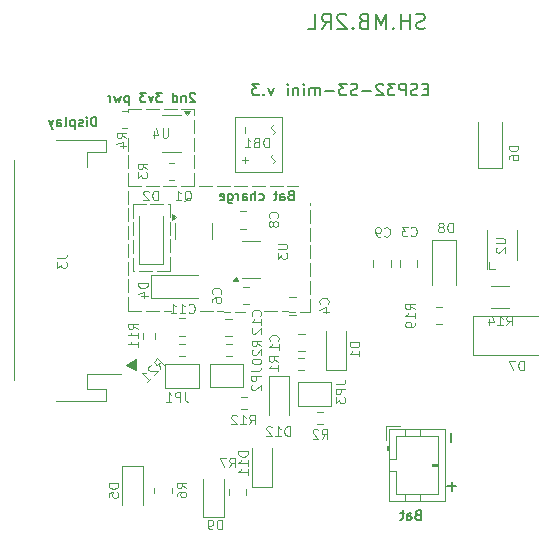
<source format=gbo>
G04 #@! TF.GenerationSoftware,KiCad,Pcbnew,9.0.6*
G04 #@! TF.CreationDate,2025-11-26T20:09:10+03:00*
G04 #@! TF.ProjectId,SMHome_UniversalRound_ESP32_C3_Mini_v3,534d486f-6d65-45f5-956e-697665727361,12*
G04 #@! TF.SameCoordinates,Original*
G04 #@! TF.FileFunction,Legend,Bot*
G04 #@! TF.FilePolarity,Positive*
%FSLAX46Y46*%
G04 Gerber Fmt 4.6, Leading zero omitted, Abs format (unit mm)*
G04 Created by KiCad (PCBNEW 9.0.6) date 2025-11-26 20:09:10*
%MOMM*%
%LPD*%
G01*
G04 APERTURE LIST*
%ADD10C,0.100000*%
%ADD11C,0.150000*%
%ADD12C,0.200000*%
%ADD13C,0.120000*%
%ADD14C,0.101600*%
G04 APERTURE END LIST*
D10*
X135331200Y-108712000D02*
X136431200Y-108712000D01*
X136831200Y-108712000D02*
X137931200Y-108712000D01*
X138331200Y-108712000D02*
X138912600Y-108712000D01*
X135940800Y-113690400D02*
X135128000Y-113284000D01*
X135940800Y-112725200D01*
X135940800Y-113690400D01*
G36*
X135940800Y-113690400D02*
G01*
X135128000Y-113284000D01*
X135940800Y-112725200D01*
X135940800Y-113690400D01*
G37*
X135280400Y-91643200D02*
X135280400Y-91846400D01*
X135274050Y-108610400D02*
X135277404Y-107510405D01*
X135278623Y-107110407D02*
X135281977Y-106010412D01*
X135283196Y-105610414D02*
X135286550Y-104510419D01*
X135287769Y-104110421D02*
X135291123Y-103010426D01*
X135292343Y-102610428D02*
X135295696Y-101510433D01*
X135296916Y-101110435D02*
X135300269Y-100010440D01*
X135301489Y-99610442D02*
X135304843Y-98510447D01*
X135306062Y-98110449D02*
X135309416Y-97010454D01*
X135310635Y-96610456D02*
X135313989Y-95510461D01*
X135315208Y-95110463D02*
X135318500Y-94030800D01*
X146824700Y-108724700D02*
X147924694Y-108728342D01*
X148324692Y-108729667D02*
X149424686Y-108733309D01*
X149824684Y-108734634D02*
X150660099Y-108737400D01*
X135686800Y-99618800D02*
X136786800Y-99618800D01*
X137186800Y-99618800D02*
X138286800Y-99618800D01*
X138686800Y-99618800D02*
X138836400Y-99618800D01*
X138836400Y-99618800D02*
X138836400Y-100718800D01*
X138836400Y-101118800D02*
X138836400Y-102218800D01*
X138836400Y-102618800D02*
X138836400Y-103718800D01*
X138836400Y-104118800D02*
X138836400Y-105218800D01*
X138836400Y-105283000D02*
X137736400Y-105283000D01*
X137336400Y-105283000D02*
X136236400Y-105283000D01*
X135836400Y-105283000D02*
X135686800Y-105283000D01*
X135686800Y-105283000D02*
X135686800Y-104183000D01*
X135686800Y-103783000D02*
X135686800Y-102683000D01*
X135686800Y-102283000D02*
X135686800Y-101183000D01*
X135686800Y-100783000D02*
X135686800Y-99683000D01*
X135318500Y-91617800D02*
X136418500Y-91617800D01*
X136818500Y-91617800D02*
X137918500Y-91617800D01*
X138318500Y-91617800D02*
X139418500Y-91617800D01*
X139818500Y-91617800D02*
X140918500Y-91617800D01*
X141363700Y-108724700D02*
X142463694Y-108728342D01*
X142863692Y-108729667D02*
X143963686Y-108733309D01*
X144363684Y-108734634D02*
X145199099Y-108737400D01*
X140931900Y-98120200D02*
X140931900Y-97020200D01*
X140931900Y-96620200D02*
X140931900Y-95520200D01*
X140931900Y-95120200D02*
X140931900Y-94020200D01*
X140931900Y-93620200D02*
X140931900Y-92520200D01*
X140931900Y-92120200D02*
X140931900Y-91617800D01*
X150698200Y-108737400D02*
X150696676Y-107637401D01*
X150696122Y-107237401D02*
X150694599Y-106137402D01*
X150694045Y-105737403D02*
X150692521Y-104637404D01*
X150691967Y-104237404D02*
X150690444Y-103137405D01*
X150689890Y-102737406D02*
X150688366Y-101637407D01*
X150687812Y-101237407D02*
X150686289Y-100137408D01*
X150685735Y-99737409D02*
X150685501Y-99568000D01*
X135305800Y-98120200D02*
X136405800Y-98120200D01*
X136805800Y-98120200D02*
X137905800Y-98120200D01*
X138305800Y-98120200D02*
X139405800Y-98120200D01*
X139805800Y-98120200D02*
X140905800Y-98120200D01*
X141305800Y-98120200D02*
X142405800Y-98120200D01*
X142805800Y-98120200D02*
X143905800Y-98120200D01*
X144305800Y-98120200D02*
X145405800Y-98120200D01*
X145805800Y-98120200D02*
X146905800Y-98120200D01*
X147305800Y-98120200D02*
X148405800Y-98120200D01*
X148805800Y-98120200D02*
X149707600Y-98120200D01*
D11*
X140972935Y-90280285D02*
X140934839Y-90242190D01*
X140934839Y-90242190D02*
X140858649Y-90204095D01*
X140858649Y-90204095D02*
X140668173Y-90204095D01*
X140668173Y-90204095D02*
X140591982Y-90242190D01*
X140591982Y-90242190D02*
X140553887Y-90280285D01*
X140553887Y-90280285D02*
X140515792Y-90356476D01*
X140515792Y-90356476D02*
X140515792Y-90432666D01*
X140515792Y-90432666D02*
X140553887Y-90546952D01*
X140553887Y-90546952D02*
X141011030Y-91004095D01*
X141011030Y-91004095D02*
X140515792Y-91004095D01*
X140172934Y-90470761D02*
X140172934Y-91004095D01*
X140172934Y-90546952D02*
X140134839Y-90508857D01*
X140134839Y-90508857D02*
X140058649Y-90470761D01*
X140058649Y-90470761D02*
X139944363Y-90470761D01*
X139944363Y-90470761D02*
X139868172Y-90508857D01*
X139868172Y-90508857D02*
X139830077Y-90585047D01*
X139830077Y-90585047D02*
X139830077Y-91004095D01*
X139106267Y-91004095D02*
X139106267Y-90204095D01*
X139106267Y-90966000D02*
X139182458Y-91004095D01*
X139182458Y-91004095D02*
X139334839Y-91004095D01*
X139334839Y-91004095D02*
X139411029Y-90966000D01*
X139411029Y-90966000D02*
X139449124Y-90927904D01*
X139449124Y-90927904D02*
X139487220Y-90851714D01*
X139487220Y-90851714D02*
X139487220Y-90623142D01*
X139487220Y-90623142D02*
X139449124Y-90546952D01*
X139449124Y-90546952D02*
X139411029Y-90508857D01*
X139411029Y-90508857D02*
X139334839Y-90470761D01*
X139334839Y-90470761D02*
X139182458Y-90470761D01*
X139182458Y-90470761D02*
X139106267Y-90508857D01*
X138191981Y-90204095D02*
X137696743Y-90204095D01*
X137696743Y-90204095D02*
X137963409Y-90508857D01*
X137963409Y-90508857D02*
X137849124Y-90508857D01*
X137849124Y-90508857D02*
X137772933Y-90546952D01*
X137772933Y-90546952D02*
X137734838Y-90585047D01*
X137734838Y-90585047D02*
X137696743Y-90661238D01*
X137696743Y-90661238D02*
X137696743Y-90851714D01*
X137696743Y-90851714D02*
X137734838Y-90927904D01*
X137734838Y-90927904D02*
X137772933Y-90966000D01*
X137772933Y-90966000D02*
X137849124Y-91004095D01*
X137849124Y-91004095D02*
X138077695Y-91004095D01*
X138077695Y-91004095D02*
X138153886Y-90966000D01*
X138153886Y-90966000D02*
X138191981Y-90927904D01*
X137430076Y-90470761D02*
X137239600Y-91004095D01*
X137239600Y-91004095D02*
X137049123Y-90470761D01*
X136820552Y-90204095D02*
X136325314Y-90204095D01*
X136325314Y-90204095D02*
X136591980Y-90508857D01*
X136591980Y-90508857D02*
X136477695Y-90508857D01*
X136477695Y-90508857D02*
X136401504Y-90546952D01*
X136401504Y-90546952D02*
X136363409Y-90585047D01*
X136363409Y-90585047D02*
X136325314Y-90661238D01*
X136325314Y-90661238D02*
X136325314Y-90851714D01*
X136325314Y-90851714D02*
X136363409Y-90927904D01*
X136363409Y-90927904D02*
X136401504Y-90966000D01*
X136401504Y-90966000D02*
X136477695Y-91004095D01*
X136477695Y-91004095D02*
X136706266Y-91004095D01*
X136706266Y-91004095D02*
X136782457Y-90966000D01*
X136782457Y-90966000D02*
X136820552Y-90927904D01*
X135372932Y-90470761D02*
X135372932Y-91270761D01*
X135372932Y-90508857D02*
X135296742Y-90470761D01*
X135296742Y-90470761D02*
X135144361Y-90470761D01*
X135144361Y-90470761D02*
X135068170Y-90508857D01*
X135068170Y-90508857D02*
X135030075Y-90546952D01*
X135030075Y-90546952D02*
X134991980Y-90623142D01*
X134991980Y-90623142D02*
X134991980Y-90851714D01*
X134991980Y-90851714D02*
X135030075Y-90927904D01*
X135030075Y-90927904D02*
X135068170Y-90966000D01*
X135068170Y-90966000D02*
X135144361Y-91004095D01*
X135144361Y-91004095D02*
X135296742Y-91004095D01*
X135296742Y-91004095D02*
X135372932Y-90966000D01*
X134725313Y-90470761D02*
X134572932Y-91004095D01*
X134572932Y-91004095D02*
X134420551Y-90623142D01*
X134420551Y-90623142D02*
X134268170Y-91004095D01*
X134268170Y-91004095D02*
X134115789Y-90470761D01*
X133811027Y-91004095D02*
X133811027Y-90470761D01*
X133811027Y-90623142D02*
X133772932Y-90546952D01*
X133772932Y-90546952D02*
X133734837Y-90508857D01*
X133734837Y-90508857D02*
X133658646Y-90470761D01*
X133658646Y-90470761D02*
X133582456Y-90470761D01*
D12*
X160666421Y-89919809D02*
X160333088Y-89919809D01*
X160190231Y-90443619D02*
X160666421Y-90443619D01*
X160666421Y-90443619D02*
X160666421Y-89443619D01*
X160666421Y-89443619D02*
X160190231Y-89443619D01*
X159809278Y-90396000D02*
X159666421Y-90443619D01*
X159666421Y-90443619D02*
X159428326Y-90443619D01*
X159428326Y-90443619D02*
X159333088Y-90396000D01*
X159333088Y-90396000D02*
X159285469Y-90348380D01*
X159285469Y-90348380D02*
X159237850Y-90253142D01*
X159237850Y-90253142D02*
X159237850Y-90157904D01*
X159237850Y-90157904D02*
X159285469Y-90062666D01*
X159285469Y-90062666D02*
X159333088Y-90015047D01*
X159333088Y-90015047D02*
X159428326Y-89967428D01*
X159428326Y-89967428D02*
X159618802Y-89919809D01*
X159618802Y-89919809D02*
X159714040Y-89872190D01*
X159714040Y-89872190D02*
X159761659Y-89824571D01*
X159761659Y-89824571D02*
X159809278Y-89729333D01*
X159809278Y-89729333D02*
X159809278Y-89634095D01*
X159809278Y-89634095D02*
X159761659Y-89538857D01*
X159761659Y-89538857D02*
X159714040Y-89491238D01*
X159714040Y-89491238D02*
X159618802Y-89443619D01*
X159618802Y-89443619D02*
X159380707Y-89443619D01*
X159380707Y-89443619D02*
X159237850Y-89491238D01*
X158809278Y-90443619D02*
X158809278Y-89443619D01*
X158809278Y-89443619D02*
X158428326Y-89443619D01*
X158428326Y-89443619D02*
X158333088Y-89491238D01*
X158333088Y-89491238D02*
X158285469Y-89538857D01*
X158285469Y-89538857D02*
X158237850Y-89634095D01*
X158237850Y-89634095D02*
X158237850Y-89776952D01*
X158237850Y-89776952D02*
X158285469Y-89872190D01*
X158285469Y-89872190D02*
X158333088Y-89919809D01*
X158333088Y-89919809D02*
X158428326Y-89967428D01*
X158428326Y-89967428D02*
X158809278Y-89967428D01*
X157904516Y-89443619D02*
X157285469Y-89443619D01*
X157285469Y-89443619D02*
X157618802Y-89824571D01*
X157618802Y-89824571D02*
X157475945Y-89824571D01*
X157475945Y-89824571D02*
X157380707Y-89872190D01*
X157380707Y-89872190D02*
X157333088Y-89919809D01*
X157333088Y-89919809D02*
X157285469Y-90015047D01*
X157285469Y-90015047D02*
X157285469Y-90253142D01*
X157285469Y-90253142D02*
X157333088Y-90348380D01*
X157333088Y-90348380D02*
X157380707Y-90396000D01*
X157380707Y-90396000D02*
X157475945Y-90443619D01*
X157475945Y-90443619D02*
X157761659Y-90443619D01*
X157761659Y-90443619D02*
X157856897Y-90396000D01*
X157856897Y-90396000D02*
X157904516Y-90348380D01*
X156904516Y-89538857D02*
X156856897Y-89491238D01*
X156856897Y-89491238D02*
X156761659Y-89443619D01*
X156761659Y-89443619D02*
X156523564Y-89443619D01*
X156523564Y-89443619D02*
X156428326Y-89491238D01*
X156428326Y-89491238D02*
X156380707Y-89538857D01*
X156380707Y-89538857D02*
X156333088Y-89634095D01*
X156333088Y-89634095D02*
X156333088Y-89729333D01*
X156333088Y-89729333D02*
X156380707Y-89872190D01*
X156380707Y-89872190D02*
X156952135Y-90443619D01*
X156952135Y-90443619D02*
X156333088Y-90443619D01*
X155904516Y-90062666D02*
X155142612Y-90062666D01*
X154714040Y-90396000D02*
X154571183Y-90443619D01*
X154571183Y-90443619D02*
X154333088Y-90443619D01*
X154333088Y-90443619D02*
X154237850Y-90396000D01*
X154237850Y-90396000D02*
X154190231Y-90348380D01*
X154190231Y-90348380D02*
X154142612Y-90253142D01*
X154142612Y-90253142D02*
X154142612Y-90157904D01*
X154142612Y-90157904D02*
X154190231Y-90062666D01*
X154190231Y-90062666D02*
X154237850Y-90015047D01*
X154237850Y-90015047D02*
X154333088Y-89967428D01*
X154333088Y-89967428D02*
X154523564Y-89919809D01*
X154523564Y-89919809D02*
X154618802Y-89872190D01*
X154618802Y-89872190D02*
X154666421Y-89824571D01*
X154666421Y-89824571D02*
X154714040Y-89729333D01*
X154714040Y-89729333D02*
X154714040Y-89634095D01*
X154714040Y-89634095D02*
X154666421Y-89538857D01*
X154666421Y-89538857D02*
X154618802Y-89491238D01*
X154618802Y-89491238D02*
X154523564Y-89443619D01*
X154523564Y-89443619D02*
X154285469Y-89443619D01*
X154285469Y-89443619D02*
X154142612Y-89491238D01*
X153809278Y-89443619D02*
X153190231Y-89443619D01*
X153190231Y-89443619D02*
X153523564Y-89824571D01*
X153523564Y-89824571D02*
X153380707Y-89824571D01*
X153380707Y-89824571D02*
X153285469Y-89872190D01*
X153285469Y-89872190D02*
X153237850Y-89919809D01*
X153237850Y-89919809D02*
X153190231Y-90015047D01*
X153190231Y-90015047D02*
X153190231Y-90253142D01*
X153190231Y-90253142D02*
X153237850Y-90348380D01*
X153237850Y-90348380D02*
X153285469Y-90396000D01*
X153285469Y-90396000D02*
X153380707Y-90443619D01*
X153380707Y-90443619D02*
X153666421Y-90443619D01*
X153666421Y-90443619D02*
X153761659Y-90396000D01*
X153761659Y-90396000D02*
X153809278Y-90348380D01*
X152761659Y-90062666D02*
X151999755Y-90062666D01*
X151523564Y-90443619D02*
X151523564Y-89776952D01*
X151523564Y-89872190D02*
X151475945Y-89824571D01*
X151475945Y-89824571D02*
X151380707Y-89776952D01*
X151380707Y-89776952D02*
X151237850Y-89776952D01*
X151237850Y-89776952D02*
X151142612Y-89824571D01*
X151142612Y-89824571D02*
X151094993Y-89919809D01*
X151094993Y-89919809D02*
X151094993Y-90443619D01*
X151094993Y-89919809D02*
X151047374Y-89824571D01*
X151047374Y-89824571D02*
X150952136Y-89776952D01*
X150952136Y-89776952D02*
X150809279Y-89776952D01*
X150809279Y-89776952D02*
X150714040Y-89824571D01*
X150714040Y-89824571D02*
X150666421Y-89919809D01*
X150666421Y-89919809D02*
X150666421Y-90443619D01*
X150190231Y-90443619D02*
X150190231Y-89776952D01*
X150190231Y-89443619D02*
X150237850Y-89491238D01*
X150237850Y-89491238D02*
X150190231Y-89538857D01*
X150190231Y-89538857D02*
X150142612Y-89491238D01*
X150142612Y-89491238D02*
X150190231Y-89443619D01*
X150190231Y-89443619D02*
X150190231Y-89538857D01*
X149714041Y-89776952D02*
X149714041Y-90443619D01*
X149714041Y-89872190D02*
X149666422Y-89824571D01*
X149666422Y-89824571D02*
X149571184Y-89776952D01*
X149571184Y-89776952D02*
X149428327Y-89776952D01*
X149428327Y-89776952D02*
X149333089Y-89824571D01*
X149333089Y-89824571D02*
X149285470Y-89919809D01*
X149285470Y-89919809D02*
X149285470Y-90443619D01*
X148809279Y-90443619D02*
X148809279Y-89776952D01*
X148809279Y-89443619D02*
X148856898Y-89491238D01*
X148856898Y-89491238D02*
X148809279Y-89538857D01*
X148809279Y-89538857D02*
X148761660Y-89491238D01*
X148761660Y-89491238D02*
X148809279Y-89443619D01*
X148809279Y-89443619D02*
X148809279Y-89538857D01*
X147666422Y-89776952D02*
X147428327Y-90443619D01*
X147428327Y-90443619D02*
X147190232Y-89776952D01*
X146809279Y-90348380D02*
X146761660Y-90396000D01*
X146761660Y-90396000D02*
X146809279Y-90443619D01*
X146809279Y-90443619D02*
X146856898Y-90396000D01*
X146856898Y-90396000D02*
X146809279Y-90348380D01*
X146809279Y-90348380D02*
X146809279Y-90443619D01*
X146428327Y-89443619D02*
X145809280Y-89443619D01*
X145809280Y-89443619D02*
X146142613Y-89824571D01*
X146142613Y-89824571D02*
X145999756Y-89824571D01*
X145999756Y-89824571D02*
X145904518Y-89872190D01*
X145904518Y-89872190D02*
X145856899Y-89919809D01*
X145856899Y-89919809D02*
X145809280Y-90015047D01*
X145809280Y-90015047D02*
X145809280Y-90253142D01*
X145809280Y-90253142D02*
X145856899Y-90348380D01*
X145856899Y-90348380D02*
X145904518Y-90396000D01*
X145904518Y-90396000D02*
X145999756Y-90443619D01*
X145999756Y-90443619D02*
X146285470Y-90443619D01*
X146285470Y-90443619D02*
X146380708Y-90396000D01*
X146380708Y-90396000D02*
X146428327Y-90348380D01*
D11*
X132603639Y-93036095D02*
X132603639Y-92236095D01*
X132603639Y-92236095D02*
X132413163Y-92236095D01*
X132413163Y-92236095D02*
X132298877Y-92274190D01*
X132298877Y-92274190D02*
X132222687Y-92350380D01*
X132222687Y-92350380D02*
X132184592Y-92426571D01*
X132184592Y-92426571D02*
X132146496Y-92578952D01*
X132146496Y-92578952D02*
X132146496Y-92693238D01*
X132146496Y-92693238D02*
X132184592Y-92845619D01*
X132184592Y-92845619D02*
X132222687Y-92921809D01*
X132222687Y-92921809D02*
X132298877Y-92998000D01*
X132298877Y-92998000D02*
X132413163Y-93036095D01*
X132413163Y-93036095D02*
X132603639Y-93036095D01*
X131803639Y-93036095D02*
X131803639Y-92502761D01*
X131803639Y-92236095D02*
X131841735Y-92274190D01*
X131841735Y-92274190D02*
X131803639Y-92312285D01*
X131803639Y-92312285D02*
X131765544Y-92274190D01*
X131765544Y-92274190D02*
X131803639Y-92236095D01*
X131803639Y-92236095D02*
X131803639Y-92312285D01*
X131460783Y-92998000D02*
X131384592Y-93036095D01*
X131384592Y-93036095D02*
X131232211Y-93036095D01*
X131232211Y-93036095D02*
X131156021Y-92998000D01*
X131156021Y-92998000D02*
X131117925Y-92921809D01*
X131117925Y-92921809D02*
X131117925Y-92883714D01*
X131117925Y-92883714D02*
X131156021Y-92807523D01*
X131156021Y-92807523D02*
X131232211Y-92769428D01*
X131232211Y-92769428D02*
X131346497Y-92769428D01*
X131346497Y-92769428D02*
X131422687Y-92731333D01*
X131422687Y-92731333D02*
X131460783Y-92655142D01*
X131460783Y-92655142D02*
X131460783Y-92617047D01*
X131460783Y-92617047D02*
X131422687Y-92540857D01*
X131422687Y-92540857D02*
X131346497Y-92502761D01*
X131346497Y-92502761D02*
X131232211Y-92502761D01*
X131232211Y-92502761D02*
X131156021Y-92540857D01*
X130775068Y-92502761D02*
X130775068Y-93302761D01*
X130775068Y-92540857D02*
X130698878Y-92502761D01*
X130698878Y-92502761D02*
X130546497Y-92502761D01*
X130546497Y-92502761D02*
X130470306Y-92540857D01*
X130470306Y-92540857D02*
X130432211Y-92578952D01*
X130432211Y-92578952D02*
X130394116Y-92655142D01*
X130394116Y-92655142D02*
X130394116Y-92883714D01*
X130394116Y-92883714D02*
X130432211Y-92959904D01*
X130432211Y-92959904D02*
X130470306Y-92998000D01*
X130470306Y-92998000D02*
X130546497Y-93036095D01*
X130546497Y-93036095D02*
X130698878Y-93036095D01*
X130698878Y-93036095D02*
X130775068Y-92998000D01*
X129936973Y-93036095D02*
X130013163Y-92998000D01*
X130013163Y-92998000D02*
X130051258Y-92921809D01*
X130051258Y-92921809D02*
X130051258Y-92236095D01*
X129289353Y-93036095D02*
X129289353Y-92617047D01*
X129289353Y-92617047D02*
X129327448Y-92540857D01*
X129327448Y-92540857D02*
X129403639Y-92502761D01*
X129403639Y-92502761D02*
X129556020Y-92502761D01*
X129556020Y-92502761D02*
X129632210Y-92540857D01*
X129289353Y-92998000D02*
X129365544Y-93036095D01*
X129365544Y-93036095D02*
X129556020Y-93036095D01*
X129556020Y-93036095D02*
X129632210Y-92998000D01*
X129632210Y-92998000D02*
X129670306Y-92921809D01*
X129670306Y-92921809D02*
X129670306Y-92845619D01*
X129670306Y-92845619D02*
X129632210Y-92769428D01*
X129632210Y-92769428D02*
X129556020Y-92731333D01*
X129556020Y-92731333D02*
X129365544Y-92731333D01*
X129365544Y-92731333D02*
X129289353Y-92693238D01*
X128984591Y-92502761D02*
X128794115Y-93036095D01*
X128603638Y-92502761D02*
X128794115Y-93036095D01*
X128794115Y-93036095D02*
X128870305Y-93226571D01*
X128870305Y-93226571D02*
X128908400Y-93264666D01*
X128908400Y-93264666D02*
X128984591Y-93302761D01*
D12*
X160451963Y-84755537D02*
X160265019Y-84817851D01*
X160265019Y-84817851D02*
X159953446Y-84817851D01*
X159953446Y-84817851D02*
X159828816Y-84755537D01*
X159828816Y-84755537D02*
X159766502Y-84693222D01*
X159766502Y-84693222D02*
X159704187Y-84568593D01*
X159704187Y-84568593D02*
X159704187Y-84443963D01*
X159704187Y-84443963D02*
X159766502Y-84319334D01*
X159766502Y-84319334D02*
X159828816Y-84257019D01*
X159828816Y-84257019D02*
X159953446Y-84194705D01*
X159953446Y-84194705D02*
X160202704Y-84132390D01*
X160202704Y-84132390D02*
X160327334Y-84070075D01*
X160327334Y-84070075D02*
X160389648Y-84007761D01*
X160389648Y-84007761D02*
X160451963Y-83883131D01*
X160451963Y-83883131D02*
X160451963Y-83758502D01*
X160451963Y-83758502D02*
X160389648Y-83633873D01*
X160389648Y-83633873D02*
X160327334Y-83571558D01*
X160327334Y-83571558D02*
X160202704Y-83509243D01*
X160202704Y-83509243D02*
X159891131Y-83509243D01*
X159891131Y-83509243D02*
X159704187Y-83571558D01*
X159143355Y-84817851D02*
X159143355Y-83509243D01*
X159143355Y-84132390D02*
X158395579Y-84132390D01*
X158395579Y-84817851D02*
X158395579Y-83509243D01*
X157772432Y-84693222D02*
X157710118Y-84755537D01*
X157710118Y-84755537D02*
X157772432Y-84817851D01*
X157772432Y-84817851D02*
X157834747Y-84755537D01*
X157834747Y-84755537D02*
X157772432Y-84693222D01*
X157772432Y-84693222D02*
X157772432Y-84817851D01*
X157149285Y-84817851D02*
X157149285Y-83509243D01*
X157149285Y-83509243D02*
X156713083Y-84443963D01*
X156713083Y-84443963D02*
X156276880Y-83509243D01*
X156276880Y-83509243D02*
X156276880Y-84817851D01*
X155217531Y-84132390D02*
X155030587Y-84194705D01*
X155030587Y-84194705D02*
X154968272Y-84257019D01*
X154968272Y-84257019D02*
X154905957Y-84381649D01*
X154905957Y-84381649D02*
X154905957Y-84568593D01*
X154905957Y-84568593D02*
X154968272Y-84693222D01*
X154968272Y-84693222D02*
X155030587Y-84755537D01*
X155030587Y-84755537D02*
X155155216Y-84817851D01*
X155155216Y-84817851D02*
X155653733Y-84817851D01*
X155653733Y-84817851D02*
X155653733Y-83509243D01*
X155653733Y-83509243D02*
X155217531Y-83509243D01*
X155217531Y-83509243D02*
X155092901Y-83571558D01*
X155092901Y-83571558D02*
X155030587Y-83633873D01*
X155030587Y-83633873D02*
X154968272Y-83758502D01*
X154968272Y-83758502D02*
X154968272Y-83883131D01*
X154968272Y-83883131D02*
X155030587Y-84007761D01*
X155030587Y-84007761D02*
X155092901Y-84070075D01*
X155092901Y-84070075D02*
X155217531Y-84132390D01*
X155217531Y-84132390D02*
X155653733Y-84132390D01*
X154345125Y-84693222D02*
X154282811Y-84755537D01*
X154282811Y-84755537D02*
X154345125Y-84817851D01*
X154345125Y-84817851D02*
X154407440Y-84755537D01*
X154407440Y-84755537D02*
X154345125Y-84693222D01*
X154345125Y-84693222D02*
X154345125Y-84817851D01*
X153784293Y-83633873D02*
X153721978Y-83571558D01*
X153721978Y-83571558D02*
X153597349Y-83509243D01*
X153597349Y-83509243D02*
X153285776Y-83509243D01*
X153285776Y-83509243D02*
X153161146Y-83571558D01*
X153161146Y-83571558D02*
X153098832Y-83633873D01*
X153098832Y-83633873D02*
X153036517Y-83758502D01*
X153036517Y-83758502D02*
X153036517Y-83883131D01*
X153036517Y-83883131D02*
X153098832Y-84070075D01*
X153098832Y-84070075D02*
X153846608Y-84817851D01*
X153846608Y-84817851D02*
X153036517Y-84817851D01*
X151727909Y-84817851D02*
X152164112Y-84194705D01*
X152475685Y-84817851D02*
X152475685Y-83509243D01*
X152475685Y-83509243D02*
X151977168Y-83509243D01*
X151977168Y-83509243D02*
X151852539Y-83571558D01*
X151852539Y-83571558D02*
X151790224Y-83633873D01*
X151790224Y-83633873D02*
X151727909Y-83758502D01*
X151727909Y-83758502D02*
X151727909Y-83945446D01*
X151727909Y-83945446D02*
X151790224Y-84070075D01*
X151790224Y-84070075D02*
X151852539Y-84132390D01*
X151852539Y-84132390D02*
X151977168Y-84194705D01*
X151977168Y-84194705D02*
X152475685Y-84194705D01*
X150543931Y-84817851D02*
X151167077Y-84817851D01*
X151167077Y-84817851D02*
X151167077Y-83509243D01*
D11*
X149075573Y-98890847D02*
X148961287Y-98928942D01*
X148961287Y-98928942D02*
X148923192Y-98967038D01*
X148923192Y-98967038D02*
X148885096Y-99043228D01*
X148885096Y-99043228D02*
X148885096Y-99157514D01*
X148885096Y-99157514D02*
X148923192Y-99233704D01*
X148923192Y-99233704D02*
X148961287Y-99271800D01*
X148961287Y-99271800D02*
X149037477Y-99309895D01*
X149037477Y-99309895D02*
X149342239Y-99309895D01*
X149342239Y-99309895D02*
X149342239Y-98509895D01*
X149342239Y-98509895D02*
X149075573Y-98509895D01*
X149075573Y-98509895D02*
X148999382Y-98547990D01*
X148999382Y-98547990D02*
X148961287Y-98586085D01*
X148961287Y-98586085D02*
X148923192Y-98662276D01*
X148923192Y-98662276D02*
X148923192Y-98738466D01*
X148923192Y-98738466D02*
X148961287Y-98814657D01*
X148961287Y-98814657D02*
X148999382Y-98852752D01*
X148999382Y-98852752D02*
X149075573Y-98890847D01*
X149075573Y-98890847D02*
X149342239Y-98890847D01*
X148199382Y-99309895D02*
X148199382Y-98890847D01*
X148199382Y-98890847D02*
X148237477Y-98814657D01*
X148237477Y-98814657D02*
X148313668Y-98776561D01*
X148313668Y-98776561D02*
X148466049Y-98776561D01*
X148466049Y-98776561D02*
X148542239Y-98814657D01*
X148199382Y-99271800D02*
X148275573Y-99309895D01*
X148275573Y-99309895D02*
X148466049Y-99309895D01*
X148466049Y-99309895D02*
X148542239Y-99271800D01*
X148542239Y-99271800D02*
X148580335Y-99195609D01*
X148580335Y-99195609D02*
X148580335Y-99119419D01*
X148580335Y-99119419D02*
X148542239Y-99043228D01*
X148542239Y-99043228D02*
X148466049Y-99005133D01*
X148466049Y-99005133D02*
X148275573Y-99005133D01*
X148275573Y-99005133D02*
X148199382Y-98967038D01*
X147932715Y-98776561D02*
X147627953Y-98776561D01*
X147818429Y-98509895D02*
X147818429Y-99195609D01*
X147818429Y-99195609D02*
X147780334Y-99271800D01*
X147780334Y-99271800D02*
X147704144Y-99309895D01*
X147704144Y-99309895D02*
X147627953Y-99309895D01*
X146408905Y-99271800D02*
X146485096Y-99309895D01*
X146485096Y-99309895D02*
X146637477Y-99309895D01*
X146637477Y-99309895D02*
X146713667Y-99271800D01*
X146713667Y-99271800D02*
X146751762Y-99233704D01*
X146751762Y-99233704D02*
X146789858Y-99157514D01*
X146789858Y-99157514D02*
X146789858Y-98928942D01*
X146789858Y-98928942D02*
X146751762Y-98852752D01*
X146751762Y-98852752D02*
X146713667Y-98814657D01*
X146713667Y-98814657D02*
X146637477Y-98776561D01*
X146637477Y-98776561D02*
X146485096Y-98776561D01*
X146485096Y-98776561D02*
X146408905Y-98814657D01*
X146066048Y-99309895D02*
X146066048Y-98509895D01*
X145723191Y-99309895D02*
X145723191Y-98890847D01*
X145723191Y-98890847D02*
X145761286Y-98814657D01*
X145761286Y-98814657D02*
X145837477Y-98776561D01*
X145837477Y-98776561D02*
X145951763Y-98776561D01*
X145951763Y-98776561D02*
X146027953Y-98814657D01*
X146027953Y-98814657D02*
X146066048Y-98852752D01*
X144999381Y-99309895D02*
X144999381Y-98890847D01*
X144999381Y-98890847D02*
X145037476Y-98814657D01*
X145037476Y-98814657D02*
X145113667Y-98776561D01*
X145113667Y-98776561D02*
X145266048Y-98776561D01*
X145266048Y-98776561D02*
X145342238Y-98814657D01*
X144999381Y-99271800D02*
X145075572Y-99309895D01*
X145075572Y-99309895D02*
X145266048Y-99309895D01*
X145266048Y-99309895D02*
X145342238Y-99271800D01*
X145342238Y-99271800D02*
X145380334Y-99195609D01*
X145380334Y-99195609D02*
X145380334Y-99119419D01*
X145380334Y-99119419D02*
X145342238Y-99043228D01*
X145342238Y-99043228D02*
X145266048Y-99005133D01*
X145266048Y-99005133D02*
X145075572Y-99005133D01*
X145075572Y-99005133D02*
X144999381Y-98967038D01*
X144618428Y-99309895D02*
X144618428Y-98776561D01*
X144618428Y-98928942D02*
X144580333Y-98852752D01*
X144580333Y-98852752D02*
X144542238Y-98814657D01*
X144542238Y-98814657D02*
X144466047Y-98776561D01*
X144466047Y-98776561D02*
X144389857Y-98776561D01*
X143780333Y-98776561D02*
X143780333Y-99424180D01*
X143780333Y-99424180D02*
X143818428Y-99500371D01*
X143818428Y-99500371D02*
X143856524Y-99538466D01*
X143856524Y-99538466D02*
X143932714Y-99576561D01*
X143932714Y-99576561D02*
X144047000Y-99576561D01*
X144047000Y-99576561D02*
X144123190Y-99538466D01*
X143780333Y-99271800D02*
X143856524Y-99309895D01*
X143856524Y-99309895D02*
X144008905Y-99309895D01*
X144008905Y-99309895D02*
X144085095Y-99271800D01*
X144085095Y-99271800D02*
X144123190Y-99233704D01*
X144123190Y-99233704D02*
X144161286Y-99157514D01*
X144161286Y-99157514D02*
X144161286Y-98928942D01*
X144161286Y-98928942D02*
X144123190Y-98852752D01*
X144123190Y-98852752D02*
X144085095Y-98814657D01*
X144085095Y-98814657D02*
X144008905Y-98776561D01*
X144008905Y-98776561D02*
X143856524Y-98776561D01*
X143856524Y-98776561D02*
X143780333Y-98814657D01*
X143094618Y-99271800D02*
X143170809Y-99309895D01*
X143170809Y-99309895D02*
X143323190Y-99309895D01*
X143323190Y-99309895D02*
X143399380Y-99271800D01*
X143399380Y-99271800D02*
X143437476Y-99195609D01*
X143437476Y-99195609D02*
X143437476Y-98890847D01*
X143437476Y-98890847D02*
X143399380Y-98814657D01*
X143399380Y-98814657D02*
X143323190Y-98776561D01*
X143323190Y-98776561D02*
X143170809Y-98776561D01*
X143170809Y-98776561D02*
X143094618Y-98814657D01*
X143094618Y-98814657D02*
X143056523Y-98890847D01*
X143056523Y-98890847D02*
X143056523Y-98967038D01*
X143056523Y-98967038D02*
X143437476Y-99043228D01*
X159819773Y-125941847D02*
X159705487Y-125979942D01*
X159705487Y-125979942D02*
X159667392Y-126018038D01*
X159667392Y-126018038D02*
X159629296Y-126094228D01*
X159629296Y-126094228D02*
X159629296Y-126208514D01*
X159629296Y-126208514D02*
X159667392Y-126284704D01*
X159667392Y-126284704D02*
X159705487Y-126322800D01*
X159705487Y-126322800D02*
X159781677Y-126360895D01*
X159781677Y-126360895D02*
X160086439Y-126360895D01*
X160086439Y-126360895D02*
X160086439Y-125560895D01*
X160086439Y-125560895D02*
X159819773Y-125560895D01*
X159819773Y-125560895D02*
X159743582Y-125598990D01*
X159743582Y-125598990D02*
X159705487Y-125637085D01*
X159705487Y-125637085D02*
X159667392Y-125713276D01*
X159667392Y-125713276D02*
X159667392Y-125789466D01*
X159667392Y-125789466D02*
X159705487Y-125865657D01*
X159705487Y-125865657D02*
X159743582Y-125903752D01*
X159743582Y-125903752D02*
X159819773Y-125941847D01*
X159819773Y-125941847D02*
X160086439Y-125941847D01*
X158943582Y-126360895D02*
X158943582Y-125941847D01*
X158943582Y-125941847D02*
X158981677Y-125865657D01*
X158981677Y-125865657D02*
X159057868Y-125827561D01*
X159057868Y-125827561D02*
X159210249Y-125827561D01*
X159210249Y-125827561D02*
X159286439Y-125865657D01*
X158943582Y-126322800D02*
X159019773Y-126360895D01*
X159019773Y-126360895D02*
X159210249Y-126360895D01*
X159210249Y-126360895D02*
X159286439Y-126322800D01*
X159286439Y-126322800D02*
X159324535Y-126246609D01*
X159324535Y-126246609D02*
X159324535Y-126170419D01*
X159324535Y-126170419D02*
X159286439Y-126094228D01*
X159286439Y-126094228D02*
X159210249Y-126056133D01*
X159210249Y-126056133D02*
X159019773Y-126056133D01*
X159019773Y-126056133D02*
X158943582Y-126018038D01*
X158676915Y-125827561D02*
X158372153Y-125827561D01*
X158562629Y-125560895D02*
X158562629Y-126246609D01*
X158562629Y-126246609D02*
X158524534Y-126322800D01*
X158524534Y-126322800D02*
X158448344Y-126360895D01*
X158448344Y-126360895D02*
X158372153Y-126360895D01*
D12*
X163104726Y-123514466D02*
X162342822Y-123514466D01*
X162723774Y-123895419D02*
X162723774Y-123133514D01*
X162631434Y-119016592D02*
X162631434Y-119778497D01*
D10*
X154873095Y-111321924D02*
X154073095Y-111321924D01*
X154073095Y-111321924D02*
X154073095Y-111512400D01*
X154073095Y-111512400D02*
X154111190Y-111626686D01*
X154111190Y-111626686D02*
X154187380Y-111702876D01*
X154187380Y-111702876D02*
X154263571Y-111740971D01*
X154263571Y-111740971D02*
X154415952Y-111779067D01*
X154415952Y-111779067D02*
X154530238Y-111779067D01*
X154530238Y-111779067D02*
X154682619Y-111740971D01*
X154682619Y-111740971D02*
X154758809Y-111702876D01*
X154758809Y-111702876D02*
X154835000Y-111626686D01*
X154835000Y-111626686D02*
X154873095Y-111512400D01*
X154873095Y-111512400D02*
X154873095Y-111321924D01*
X154873095Y-112540971D02*
X154873095Y-112083828D01*
X154873095Y-112312400D02*
X154073095Y-112312400D01*
X154073095Y-112312400D02*
X154187380Y-112236209D01*
X154187380Y-112236209D02*
X154263571Y-112160019D01*
X154263571Y-112160019D02*
X154301666Y-112083828D01*
X137826675Y-99297895D02*
X137826675Y-98497895D01*
X137826675Y-98497895D02*
X137636199Y-98497895D01*
X137636199Y-98497895D02*
X137521913Y-98535990D01*
X137521913Y-98535990D02*
X137445723Y-98612180D01*
X137445723Y-98612180D02*
X137407628Y-98688371D01*
X137407628Y-98688371D02*
X137369532Y-98840752D01*
X137369532Y-98840752D02*
X137369532Y-98955038D01*
X137369532Y-98955038D02*
X137407628Y-99107419D01*
X137407628Y-99107419D02*
X137445723Y-99183609D01*
X137445723Y-99183609D02*
X137521913Y-99259800D01*
X137521913Y-99259800D02*
X137636199Y-99297895D01*
X137636199Y-99297895D02*
X137826675Y-99297895D01*
X137064771Y-98574085D02*
X137026675Y-98535990D01*
X137026675Y-98535990D02*
X136950485Y-98497895D01*
X136950485Y-98497895D02*
X136760009Y-98497895D01*
X136760009Y-98497895D02*
X136683818Y-98535990D01*
X136683818Y-98535990D02*
X136645723Y-98574085D01*
X136645723Y-98574085D02*
X136607628Y-98650276D01*
X136607628Y-98650276D02*
X136607628Y-98726466D01*
X136607628Y-98726466D02*
X136645723Y-98840752D01*
X136645723Y-98840752D02*
X137102866Y-99297895D01*
X137102866Y-99297895D02*
X136607628Y-99297895D01*
X143871932Y-121929295D02*
X144138599Y-121548342D01*
X144329075Y-121929295D02*
X144329075Y-121129295D01*
X144329075Y-121129295D02*
X144024313Y-121129295D01*
X144024313Y-121129295D02*
X143948123Y-121167390D01*
X143948123Y-121167390D02*
X143910028Y-121205485D01*
X143910028Y-121205485D02*
X143871932Y-121281676D01*
X143871932Y-121281676D02*
X143871932Y-121395961D01*
X143871932Y-121395961D02*
X143910028Y-121472152D01*
X143910028Y-121472152D02*
X143948123Y-121510247D01*
X143948123Y-121510247D02*
X144024313Y-121548342D01*
X144024313Y-121548342D02*
X144329075Y-121548342D01*
X143605266Y-121129295D02*
X143071932Y-121129295D01*
X143071932Y-121129295D02*
X143414790Y-121929295D01*
X135162695Y-94049867D02*
X134781742Y-93783200D01*
X135162695Y-93592724D02*
X134362695Y-93592724D01*
X134362695Y-93592724D02*
X134362695Y-93897486D01*
X134362695Y-93897486D02*
X134400790Y-93973676D01*
X134400790Y-93973676D02*
X134438885Y-94011771D01*
X134438885Y-94011771D02*
X134515076Y-94049867D01*
X134515076Y-94049867D02*
X134629361Y-94049867D01*
X134629361Y-94049867D02*
X134705552Y-94011771D01*
X134705552Y-94011771D02*
X134743647Y-93973676D01*
X134743647Y-93973676D02*
X134781742Y-93897486D01*
X134781742Y-93897486D02*
X134781742Y-93592724D01*
X134629361Y-94735581D02*
X135162695Y-94735581D01*
X134324600Y-94545105D02*
X134896028Y-94354628D01*
X134896028Y-94354628D02*
X134896028Y-94849867D01*
X168814675Y-113699695D02*
X168814675Y-112899695D01*
X168814675Y-112899695D02*
X168624199Y-112899695D01*
X168624199Y-112899695D02*
X168509913Y-112937790D01*
X168509913Y-112937790D02*
X168433723Y-113013980D01*
X168433723Y-113013980D02*
X168395628Y-113090171D01*
X168395628Y-113090171D02*
X168357532Y-113242552D01*
X168357532Y-113242552D02*
X168357532Y-113356838D01*
X168357532Y-113356838D02*
X168395628Y-113509219D01*
X168395628Y-113509219D02*
X168433723Y-113585409D01*
X168433723Y-113585409D02*
X168509913Y-113661600D01*
X168509913Y-113661600D02*
X168624199Y-113699695D01*
X168624199Y-113699695D02*
X168814675Y-113699695D01*
X168090866Y-112899695D02*
X167557532Y-112899695D01*
X167557532Y-112899695D02*
X167900390Y-113699695D01*
X140114566Y-115566695D02*
X140114566Y-116138123D01*
X140114566Y-116138123D02*
X140152661Y-116252409D01*
X140152661Y-116252409D02*
X140228852Y-116328600D01*
X140228852Y-116328600D02*
X140343137Y-116366695D01*
X140343137Y-116366695D02*
X140419328Y-116366695D01*
X139733613Y-116366695D02*
X139733613Y-115566695D01*
X139733613Y-115566695D02*
X139428851Y-115566695D01*
X139428851Y-115566695D02*
X139352661Y-115604790D01*
X139352661Y-115604790D02*
X139314566Y-115642885D01*
X139314566Y-115642885D02*
X139276470Y-115719076D01*
X139276470Y-115719076D02*
X139276470Y-115833361D01*
X139276470Y-115833361D02*
X139314566Y-115909552D01*
X139314566Y-115909552D02*
X139352661Y-115947647D01*
X139352661Y-115947647D02*
X139428851Y-115985742D01*
X139428851Y-115985742D02*
X139733613Y-115985742D01*
X138514566Y-116366695D02*
X138971709Y-116366695D01*
X138743137Y-116366695D02*
X138743137Y-115566695D01*
X138743137Y-115566695D02*
X138819328Y-115680980D01*
X138819328Y-115680980D02*
X138895518Y-115757171D01*
X138895518Y-115757171D02*
X138971709Y-115795266D01*
X166442895Y-102514476D02*
X167090514Y-102514476D01*
X167090514Y-102514476D02*
X167166704Y-102552571D01*
X167166704Y-102552571D02*
X167204800Y-102590666D01*
X167204800Y-102590666D02*
X167242895Y-102666857D01*
X167242895Y-102666857D02*
X167242895Y-102819238D01*
X167242895Y-102819238D02*
X167204800Y-102895428D01*
X167204800Y-102895428D02*
X167166704Y-102933523D01*
X167166704Y-102933523D02*
X167090514Y-102971619D01*
X167090514Y-102971619D02*
X166442895Y-102971619D01*
X166519085Y-103314475D02*
X166480990Y-103352571D01*
X166480990Y-103352571D02*
X166442895Y-103428761D01*
X166442895Y-103428761D02*
X166442895Y-103619237D01*
X166442895Y-103619237D02*
X166480990Y-103695428D01*
X166480990Y-103695428D02*
X166519085Y-103733523D01*
X166519085Y-103733523D02*
X166595276Y-103771618D01*
X166595276Y-103771618D02*
X166671466Y-103771618D01*
X166671466Y-103771618D02*
X166785752Y-103733523D01*
X166785752Y-103733523D02*
X167242895Y-103276380D01*
X167242895Y-103276380D02*
X167242895Y-103771618D01*
X146491104Y-109086714D02*
X146529200Y-109048618D01*
X146529200Y-109048618D02*
X146567295Y-108934333D01*
X146567295Y-108934333D02*
X146567295Y-108858142D01*
X146567295Y-108858142D02*
X146529200Y-108743856D01*
X146529200Y-108743856D02*
X146453009Y-108667666D01*
X146453009Y-108667666D02*
X146376819Y-108629571D01*
X146376819Y-108629571D02*
X146224438Y-108591475D01*
X146224438Y-108591475D02*
X146110152Y-108591475D01*
X146110152Y-108591475D02*
X145957771Y-108629571D01*
X145957771Y-108629571D02*
X145881580Y-108667666D01*
X145881580Y-108667666D02*
X145805390Y-108743856D01*
X145805390Y-108743856D02*
X145767295Y-108858142D01*
X145767295Y-108858142D02*
X145767295Y-108934333D01*
X145767295Y-108934333D02*
X145805390Y-109048618D01*
X145805390Y-109048618D02*
X145843485Y-109086714D01*
X146567295Y-109848618D02*
X146567295Y-109391475D01*
X146567295Y-109620047D02*
X145767295Y-109620047D01*
X145767295Y-109620047D02*
X145881580Y-109543856D01*
X145881580Y-109543856D02*
X145957771Y-109467666D01*
X145957771Y-109467666D02*
X145995866Y-109391475D01*
X145843485Y-110153380D02*
X145805390Y-110191476D01*
X145805390Y-110191476D02*
X145767295Y-110267666D01*
X145767295Y-110267666D02*
X145767295Y-110458142D01*
X145767295Y-110458142D02*
X145805390Y-110534333D01*
X145805390Y-110534333D02*
X145843485Y-110572428D01*
X145843485Y-110572428D02*
X145919676Y-110610523D01*
X145919676Y-110610523D02*
X145995866Y-110610523D01*
X145995866Y-110610523D02*
X146110152Y-110572428D01*
X146110152Y-110572428D02*
X146567295Y-110115285D01*
X146567295Y-110115285D02*
X146567295Y-110610523D01*
X129308095Y-104228933D02*
X129879523Y-104228933D01*
X129879523Y-104228933D02*
X129993809Y-104190838D01*
X129993809Y-104190838D02*
X130070000Y-104114647D01*
X130070000Y-104114647D02*
X130108095Y-104000362D01*
X130108095Y-104000362D02*
X130108095Y-103924171D01*
X129308095Y-104533695D02*
X129308095Y-105028933D01*
X129308095Y-105028933D02*
X129612857Y-104762267D01*
X129612857Y-104762267D02*
X129612857Y-104876552D01*
X129612857Y-104876552D02*
X129650952Y-104952743D01*
X129650952Y-104952743D02*
X129689047Y-104990838D01*
X129689047Y-104990838D02*
X129765238Y-105028933D01*
X129765238Y-105028933D02*
X129955714Y-105028933D01*
X129955714Y-105028933D02*
X130031904Y-104990838D01*
X130031904Y-104990838D02*
X130070000Y-104952743D01*
X130070000Y-104952743D02*
X130108095Y-104876552D01*
X130108095Y-104876552D02*
X130108095Y-104647981D01*
X130108095Y-104647981D02*
X130070000Y-104571790D01*
X130070000Y-104571790D02*
X130031904Y-104533695D01*
X147216134Y-94842095D02*
X147216134Y-94042095D01*
X147216134Y-94042095D02*
X147025658Y-94042095D01*
X147025658Y-94042095D02*
X146911372Y-94080190D01*
X146911372Y-94080190D02*
X146835182Y-94156380D01*
X146835182Y-94156380D02*
X146797087Y-94232571D01*
X146797087Y-94232571D02*
X146758991Y-94384952D01*
X146758991Y-94384952D02*
X146758991Y-94499238D01*
X146758991Y-94499238D02*
X146797087Y-94651619D01*
X146797087Y-94651619D02*
X146835182Y-94727809D01*
X146835182Y-94727809D02*
X146911372Y-94804000D01*
X146911372Y-94804000D02*
X147025658Y-94842095D01*
X147025658Y-94842095D02*
X147216134Y-94842095D01*
X146149468Y-94423047D02*
X146035182Y-94461142D01*
X146035182Y-94461142D02*
X145997087Y-94499238D01*
X145997087Y-94499238D02*
X145958991Y-94575428D01*
X145958991Y-94575428D02*
X145958991Y-94689714D01*
X145958991Y-94689714D02*
X145997087Y-94765904D01*
X145997087Y-94765904D02*
X146035182Y-94804000D01*
X146035182Y-94804000D02*
X146111372Y-94842095D01*
X146111372Y-94842095D02*
X146416134Y-94842095D01*
X146416134Y-94842095D02*
X146416134Y-94042095D01*
X146416134Y-94042095D02*
X146149468Y-94042095D01*
X146149468Y-94042095D02*
X146073277Y-94080190D01*
X146073277Y-94080190D02*
X146035182Y-94118285D01*
X146035182Y-94118285D02*
X145997087Y-94194476D01*
X145997087Y-94194476D02*
X145997087Y-94270666D01*
X145997087Y-94270666D02*
X146035182Y-94346857D01*
X146035182Y-94346857D02*
X146073277Y-94384952D01*
X146073277Y-94384952D02*
X146149468Y-94423047D01*
X146149468Y-94423047D02*
X146416134Y-94423047D01*
X145197087Y-94842095D02*
X145654230Y-94842095D01*
X145425658Y-94842095D02*
X145425658Y-94042095D01*
X145425658Y-94042095D02*
X145501849Y-94156380D01*
X145501849Y-94156380D02*
X145578039Y-94232571D01*
X145578039Y-94232571D02*
X145654230Y-94270666D01*
X152879295Y-114877933D02*
X153450723Y-114877933D01*
X153450723Y-114877933D02*
X153565009Y-114839838D01*
X153565009Y-114839838D02*
X153641200Y-114763647D01*
X153641200Y-114763647D02*
X153679295Y-114649362D01*
X153679295Y-114649362D02*
X153679295Y-114573171D01*
X153679295Y-115258886D02*
X152879295Y-115258886D01*
X152879295Y-115258886D02*
X152879295Y-115563648D01*
X152879295Y-115563648D02*
X152917390Y-115639838D01*
X152917390Y-115639838D02*
X152955485Y-115677933D01*
X152955485Y-115677933D02*
X153031676Y-115716029D01*
X153031676Y-115716029D02*
X153145961Y-115716029D01*
X153145961Y-115716029D02*
X153222152Y-115677933D01*
X153222152Y-115677933D02*
X153260247Y-115639838D01*
X153260247Y-115639838D02*
X153298342Y-115563648D01*
X153298342Y-115563648D02*
X153298342Y-115258886D01*
X152879295Y-115982695D02*
X152879295Y-116477933D01*
X152879295Y-116477933D02*
X153184057Y-116211267D01*
X153184057Y-116211267D02*
X153184057Y-116325552D01*
X153184057Y-116325552D02*
X153222152Y-116401743D01*
X153222152Y-116401743D02*
X153260247Y-116439838D01*
X153260247Y-116439838D02*
X153336438Y-116477933D01*
X153336438Y-116477933D02*
X153526914Y-116477933D01*
X153526914Y-116477933D02*
X153603104Y-116439838D01*
X153603104Y-116439838D02*
X153641200Y-116401743D01*
X153641200Y-116401743D02*
X153679295Y-116325552D01*
X153679295Y-116325552D02*
X153679295Y-116096981D01*
X153679295Y-116096981D02*
X153641200Y-116020790D01*
X153641200Y-116020790D02*
X153603104Y-115982695D01*
X167340884Y-109915094D02*
X167607551Y-109534141D01*
X167798027Y-109915094D02*
X167798027Y-109115094D01*
X167798027Y-109115094D02*
X167493265Y-109115094D01*
X167493265Y-109115094D02*
X167417075Y-109153189D01*
X167417075Y-109153189D02*
X167378980Y-109191284D01*
X167378980Y-109191284D02*
X167340884Y-109267475D01*
X167340884Y-109267475D02*
X167340884Y-109381760D01*
X167340884Y-109381760D02*
X167378980Y-109457951D01*
X167378980Y-109457951D02*
X167417075Y-109496046D01*
X167417075Y-109496046D02*
X167493265Y-109534141D01*
X167493265Y-109534141D02*
X167798027Y-109534141D01*
X166578980Y-109915094D02*
X167036123Y-109915094D01*
X166807551Y-109915094D02*
X166807551Y-109115094D01*
X166807551Y-109115094D02*
X166883742Y-109229379D01*
X166883742Y-109229379D02*
X166959932Y-109305570D01*
X166959932Y-109305570D02*
X167036123Y-109343665D01*
X165893265Y-109381760D02*
X165893265Y-109915094D01*
X166083741Y-109076999D02*
X166274218Y-109648427D01*
X166274218Y-109648427D02*
X165778979Y-109648427D01*
X143138304Y-107232467D02*
X143176400Y-107194371D01*
X143176400Y-107194371D02*
X143214495Y-107080086D01*
X143214495Y-107080086D02*
X143214495Y-107003895D01*
X143214495Y-107003895D02*
X143176400Y-106889609D01*
X143176400Y-106889609D02*
X143100209Y-106813419D01*
X143100209Y-106813419D02*
X143024019Y-106775324D01*
X143024019Y-106775324D02*
X142871638Y-106737228D01*
X142871638Y-106737228D02*
X142757352Y-106737228D01*
X142757352Y-106737228D02*
X142604971Y-106775324D01*
X142604971Y-106775324D02*
X142528780Y-106813419D01*
X142528780Y-106813419D02*
X142452590Y-106889609D01*
X142452590Y-106889609D02*
X142414495Y-107003895D01*
X142414495Y-107003895D02*
X142414495Y-107080086D01*
X142414495Y-107080086D02*
X142452590Y-107194371D01*
X142452590Y-107194371D02*
X142490685Y-107232467D01*
X142414495Y-107918181D02*
X142414495Y-107765800D01*
X142414495Y-107765800D02*
X142452590Y-107689609D01*
X142452590Y-107689609D02*
X142490685Y-107651514D01*
X142490685Y-107651514D02*
X142604971Y-107575324D01*
X142604971Y-107575324D02*
X142757352Y-107537228D01*
X142757352Y-107537228D02*
X143062114Y-107537228D01*
X143062114Y-107537228D02*
X143138304Y-107575324D01*
X143138304Y-107575324D02*
X143176400Y-107613419D01*
X143176400Y-107613419D02*
X143214495Y-107689609D01*
X143214495Y-107689609D02*
X143214495Y-107841990D01*
X143214495Y-107841990D02*
X143176400Y-107918181D01*
X143176400Y-107918181D02*
X143138304Y-107956276D01*
X143138304Y-107956276D02*
X143062114Y-107994371D01*
X143062114Y-107994371D02*
X142871638Y-107994371D01*
X142871638Y-107994371D02*
X142795447Y-107956276D01*
X142795447Y-107956276D02*
X142757352Y-107918181D01*
X142757352Y-107918181D02*
X142719257Y-107841990D01*
X142719257Y-107841990D02*
X142719257Y-107689609D01*
X142719257Y-107689609D02*
X142757352Y-107613419D01*
X142757352Y-107613419D02*
X142795447Y-107575324D01*
X142795447Y-107575324D02*
X142871638Y-107537228D01*
X147938904Y-100806267D02*
X147977000Y-100768171D01*
X147977000Y-100768171D02*
X148015095Y-100653886D01*
X148015095Y-100653886D02*
X148015095Y-100577695D01*
X148015095Y-100577695D02*
X147977000Y-100463409D01*
X147977000Y-100463409D02*
X147900809Y-100387219D01*
X147900809Y-100387219D02*
X147824619Y-100349124D01*
X147824619Y-100349124D02*
X147672238Y-100311028D01*
X147672238Y-100311028D02*
X147557952Y-100311028D01*
X147557952Y-100311028D02*
X147405571Y-100349124D01*
X147405571Y-100349124D02*
X147329380Y-100387219D01*
X147329380Y-100387219D02*
X147253190Y-100463409D01*
X147253190Y-100463409D02*
X147215095Y-100577695D01*
X147215095Y-100577695D02*
X147215095Y-100653886D01*
X147215095Y-100653886D02*
X147253190Y-100768171D01*
X147253190Y-100768171D02*
X147291285Y-100806267D01*
X147557952Y-101263409D02*
X147519857Y-101187219D01*
X147519857Y-101187219D02*
X147481761Y-101149124D01*
X147481761Y-101149124D02*
X147405571Y-101111028D01*
X147405571Y-101111028D02*
X147367476Y-101111028D01*
X147367476Y-101111028D02*
X147291285Y-101149124D01*
X147291285Y-101149124D02*
X147253190Y-101187219D01*
X147253190Y-101187219D02*
X147215095Y-101263409D01*
X147215095Y-101263409D02*
X147215095Y-101415790D01*
X147215095Y-101415790D02*
X147253190Y-101491981D01*
X147253190Y-101491981D02*
X147291285Y-101530076D01*
X147291285Y-101530076D02*
X147367476Y-101568171D01*
X147367476Y-101568171D02*
X147405571Y-101568171D01*
X147405571Y-101568171D02*
X147481761Y-101530076D01*
X147481761Y-101530076D02*
X147519857Y-101491981D01*
X147519857Y-101491981D02*
X147557952Y-101415790D01*
X147557952Y-101415790D02*
X147557952Y-101263409D01*
X147557952Y-101263409D02*
X147596047Y-101187219D01*
X147596047Y-101187219D02*
X147634142Y-101149124D01*
X147634142Y-101149124D02*
X147710333Y-101111028D01*
X147710333Y-101111028D02*
X147862714Y-101111028D01*
X147862714Y-101111028D02*
X147938904Y-101149124D01*
X147938904Y-101149124D02*
X147977000Y-101187219D01*
X147977000Y-101187219D02*
X148015095Y-101263409D01*
X148015095Y-101263409D02*
X148015095Y-101415790D01*
X148015095Y-101415790D02*
X147977000Y-101491981D01*
X147977000Y-101491981D02*
X147938904Y-101530076D01*
X147938904Y-101530076D02*
X147862714Y-101568171D01*
X147862714Y-101568171D02*
X147710333Y-101568171D01*
X147710333Y-101568171D02*
X147634142Y-101530076D01*
X147634142Y-101530076D02*
X147596047Y-101491981D01*
X147596047Y-101491981D02*
X147557952Y-101415790D01*
X157003732Y-102320504D02*
X157041828Y-102358600D01*
X157041828Y-102358600D02*
X157156113Y-102396695D01*
X157156113Y-102396695D02*
X157232304Y-102396695D01*
X157232304Y-102396695D02*
X157346590Y-102358600D01*
X157346590Y-102358600D02*
X157422780Y-102282409D01*
X157422780Y-102282409D02*
X157460875Y-102206219D01*
X157460875Y-102206219D02*
X157498971Y-102053838D01*
X157498971Y-102053838D02*
X157498971Y-101939552D01*
X157498971Y-101939552D02*
X157460875Y-101787171D01*
X157460875Y-101787171D02*
X157422780Y-101710980D01*
X157422780Y-101710980D02*
X157346590Y-101634790D01*
X157346590Y-101634790D02*
X157232304Y-101596695D01*
X157232304Y-101596695D02*
X157156113Y-101596695D01*
X157156113Y-101596695D02*
X157041828Y-101634790D01*
X157041828Y-101634790D02*
X157003732Y-101672885D01*
X156622780Y-102396695D02*
X156470399Y-102396695D01*
X156470399Y-102396695D02*
X156394209Y-102358600D01*
X156394209Y-102358600D02*
X156356113Y-102320504D01*
X156356113Y-102320504D02*
X156279923Y-102206219D01*
X156279923Y-102206219D02*
X156241828Y-102053838D01*
X156241828Y-102053838D02*
X156241828Y-101749076D01*
X156241828Y-101749076D02*
X156279923Y-101672885D01*
X156279923Y-101672885D02*
X156318018Y-101634790D01*
X156318018Y-101634790D02*
X156394209Y-101596695D01*
X156394209Y-101596695D02*
X156546590Y-101596695D01*
X156546590Y-101596695D02*
X156622780Y-101634790D01*
X156622780Y-101634790D02*
X156660875Y-101672885D01*
X156660875Y-101672885D02*
X156698971Y-101749076D01*
X156698971Y-101749076D02*
X156698971Y-101939552D01*
X156698971Y-101939552D02*
X156660875Y-102015742D01*
X156660875Y-102015742D02*
X156622780Y-102053838D01*
X156622780Y-102053838D02*
X156546590Y-102091933D01*
X156546590Y-102091933D02*
X156394209Y-102091933D01*
X156394209Y-102091933D02*
X156318018Y-102053838D01*
X156318018Y-102053838D02*
X156279923Y-102015742D01*
X156279923Y-102015742D02*
X156241828Y-101939552D01*
X145573685Y-118297095D02*
X145840352Y-117916142D01*
X146030828Y-118297095D02*
X146030828Y-117497095D01*
X146030828Y-117497095D02*
X145726066Y-117497095D01*
X145726066Y-117497095D02*
X145649876Y-117535190D01*
X145649876Y-117535190D02*
X145611781Y-117573285D01*
X145611781Y-117573285D02*
X145573685Y-117649476D01*
X145573685Y-117649476D02*
X145573685Y-117763761D01*
X145573685Y-117763761D02*
X145611781Y-117839952D01*
X145611781Y-117839952D02*
X145649876Y-117878047D01*
X145649876Y-117878047D02*
X145726066Y-117916142D01*
X145726066Y-117916142D02*
X146030828Y-117916142D01*
X144811781Y-118297095D02*
X145268924Y-118297095D01*
X145040352Y-118297095D02*
X145040352Y-117497095D01*
X145040352Y-117497095D02*
X145116543Y-117611380D01*
X145116543Y-117611380D02*
X145192733Y-117687571D01*
X145192733Y-117687571D02*
X145268924Y-117725666D01*
X144507019Y-117573285D02*
X144468923Y-117535190D01*
X144468923Y-117535190D02*
X144392733Y-117497095D01*
X144392733Y-117497095D02*
X144202257Y-117497095D01*
X144202257Y-117497095D02*
X144126066Y-117535190D01*
X144126066Y-117535190D02*
X144087971Y-117573285D01*
X144087971Y-117573285D02*
X144049876Y-117649476D01*
X144049876Y-117649476D02*
X144049876Y-117725666D01*
X144049876Y-117725666D02*
X144087971Y-117839952D01*
X144087971Y-117839952D02*
X144545114Y-118297095D01*
X144545114Y-118297095D02*
X144049876Y-118297095D01*
X152231504Y-108070667D02*
X152269600Y-108032571D01*
X152269600Y-108032571D02*
X152307695Y-107918286D01*
X152307695Y-107918286D02*
X152307695Y-107842095D01*
X152307695Y-107842095D02*
X152269600Y-107727809D01*
X152269600Y-107727809D02*
X152193409Y-107651619D01*
X152193409Y-107651619D02*
X152117219Y-107613524D01*
X152117219Y-107613524D02*
X151964838Y-107575428D01*
X151964838Y-107575428D02*
X151850552Y-107575428D01*
X151850552Y-107575428D02*
X151698171Y-107613524D01*
X151698171Y-107613524D02*
X151621980Y-107651619D01*
X151621980Y-107651619D02*
X151545790Y-107727809D01*
X151545790Y-107727809D02*
X151507695Y-107842095D01*
X151507695Y-107842095D02*
X151507695Y-107918286D01*
X151507695Y-107918286D02*
X151545790Y-108032571D01*
X151545790Y-108032571D02*
X151583885Y-108070667D01*
X151774361Y-108756381D02*
X152307695Y-108756381D01*
X151469600Y-108565905D02*
X152041028Y-108375428D01*
X152041028Y-108375428D02*
X152041028Y-108870667D01*
X145449695Y-120567571D02*
X144649695Y-120567571D01*
X144649695Y-120567571D02*
X144649695Y-120758047D01*
X144649695Y-120758047D02*
X144687790Y-120872333D01*
X144687790Y-120872333D02*
X144763980Y-120948523D01*
X144763980Y-120948523D02*
X144840171Y-120986618D01*
X144840171Y-120986618D02*
X144992552Y-121024714D01*
X144992552Y-121024714D02*
X145106838Y-121024714D01*
X145106838Y-121024714D02*
X145259219Y-120986618D01*
X145259219Y-120986618D02*
X145335409Y-120948523D01*
X145335409Y-120948523D02*
X145411600Y-120872333D01*
X145411600Y-120872333D02*
X145449695Y-120758047D01*
X145449695Y-120758047D02*
X145449695Y-120567571D01*
X145449695Y-121786618D02*
X145449695Y-121329475D01*
X145449695Y-121558047D02*
X144649695Y-121558047D01*
X144649695Y-121558047D02*
X144763980Y-121481856D01*
X144763980Y-121481856D02*
X144840171Y-121405666D01*
X144840171Y-121405666D02*
X144878266Y-121329475D01*
X145449695Y-122548523D02*
X145449695Y-122091380D01*
X145449695Y-122319952D02*
X144649695Y-122319952D01*
X144649695Y-122319952D02*
X144763980Y-122243761D01*
X144763980Y-122243761D02*
X144840171Y-122167571D01*
X144840171Y-122167571D02*
X144878266Y-122091380D01*
X145741895Y-113811133D02*
X146313323Y-113811133D01*
X146313323Y-113811133D02*
X146427609Y-113773038D01*
X146427609Y-113773038D02*
X146503800Y-113696847D01*
X146503800Y-113696847D02*
X146541895Y-113582562D01*
X146541895Y-113582562D02*
X146541895Y-113506371D01*
X146541895Y-114192086D02*
X145741895Y-114192086D01*
X145741895Y-114192086D02*
X145741895Y-114496848D01*
X145741895Y-114496848D02*
X145779990Y-114573038D01*
X145779990Y-114573038D02*
X145818085Y-114611133D01*
X145818085Y-114611133D02*
X145894276Y-114649229D01*
X145894276Y-114649229D02*
X146008561Y-114649229D01*
X146008561Y-114649229D02*
X146084752Y-114611133D01*
X146084752Y-114611133D02*
X146122847Y-114573038D01*
X146122847Y-114573038D02*
X146160942Y-114496848D01*
X146160942Y-114496848D02*
X146160942Y-114192086D01*
X145818085Y-114953990D02*
X145779990Y-114992086D01*
X145779990Y-114992086D02*
X145741895Y-115068276D01*
X145741895Y-115068276D02*
X145741895Y-115258752D01*
X145741895Y-115258752D02*
X145779990Y-115334943D01*
X145779990Y-115334943D02*
X145818085Y-115373038D01*
X145818085Y-115373038D02*
X145894276Y-115411133D01*
X145894276Y-115411133D02*
X145970466Y-115411133D01*
X145970466Y-115411133D02*
X146084752Y-115373038D01*
X146084752Y-115373038D02*
X146541895Y-114915895D01*
X146541895Y-114915895D02*
X146541895Y-115411133D01*
X148040495Y-112998267D02*
X147659542Y-112731600D01*
X148040495Y-112541124D02*
X147240495Y-112541124D01*
X147240495Y-112541124D02*
X147240495Y-112845886D01*
X147240495Y-112845886D02*
X147278590Y-112922076D01*
X147278590Y-112922076D02*
X147316685Y-112960171D01*
X147316685Y-112960171D02*
X147392876Y-112998267D01*
X147392876Y-112998267D02*
X147507161Y-112998267D01*
X147507161Y-112998267D02*
X147583352Y-112960171D01*
X147583352Y-112960171D02*
X147621447Y-112922076D01*
X147621447Y-112922076D02*
X147659542Y-112845886D01*
X147659542Y-112845886D02*
X147659542Y-112541124D01*
X148040495Y-113760171D02*
X148040495Y-113303028D01*
X148040495Y-113531600D02*
X147240495Y-113531600D01*
X147240495Y-113531600D02*
X147354780Y-113455409D01*
X147354780Y-113455409D02*
X147430971Y-113379219D01*
X147430971Y-113379219D02*
X147469066Y-113303028D01*
X149002628Y-119262295D02*
X149002628Y-118462295D01*
X149002628Y-118462295D02*
X148812152Y-118462295D01*
X148812152Y-118462295D02*
X148697866Y-118500390D01*
X148697866Y-118500390D02*
X148621676Y-118576580D01*
X148621676Y-118576580D02*
X148583581Y-118652771D01*
X148583581Y-118652771D02*
X148545485Y-118805152D01*
X148545485Y-118805152D02*
X148545485Y-118919438D01*
X148545485Y-118919438D02*
X148583581Y-119071819D01*
X148583581Y-119071819D02*
X148621676Y-119148009D01*
X148621676Y-119148009D02*
X148697866Y-119224200D01*
X148697866Y-119224200D02*
X148812152Y-119262295D01*
X148812152Y-119262295D02*
X149002628Y-119262295D01*
X147783581Y-119262295D02*
X148240724Y-119262295D01*
X148012152Y-119262295D02*
X148012152Y-118462295D01*
X148012152Y-118462295D02*
X148088343Y-118576580D01*
X148088343Y-118576580D02*
X148164533Y-118652771D01*
X148164533Y-118652771D02*
X148240724Y-118690866D01*
X147478819Y-118538485D02*
X147440723Y-118500390D01*
X147440723Y-118500390D02*
X147364533Y-118462295D01*
X147364533Y-118462295D02*
X147174057Y-118462295D01*
X147174057Y-118462295D02*
X147097866Y-118500390D01*
X147097866Y-118500390D02*
X147059771Y-118538485D01*
X147059771Y-118538485D02*
X147021676Y-118614676D01*
X147021676Y-118614676D02*
X147021676Y-118690866D01*
X147021676Y-118690866D02*
X147059771Y-118805152D01*
X147059771Y-118805152D02*
X147516914Y-119262295D01*
X147516914Y-119262295D02*
X147021676Y-119262295D01*
X159238932Y-102295104D02*
X159277028Y-102333200D01*
X159277028Y-102333200D02*
X159391313Y-102371295D01*
X159391313Y-102371295D02*
X159467504Y-102371295D01*
X159467504Y-102371295D02*
X159581790Y-102333200D01*
X159581790Y-102333200D02*
X159657980Y-102257009D01*
X159657980Y-102257009D02*
X159696075Y-102180819D01*
X159696075Y-102180819D02*
X159734171Y-102028438D01*
X159734171Y-102028438D02*
X159734171Y-101914152D01*
X159734171Y-101914152D02*
X159696075Y-101761771D01*
X159696075Y-101761771D02*
X159657980Y-101685580D01*
X159657980Y-101685580D02*
X159581790Y-101609390D01*
X159581790Y-101609390D02*
X159467504Y-101571295D01*
X159467504Y-101571295D02*
X159391313Y-101571295D01*
X159391313Y-101571295D02*
X159277028Y-101609390D01*
X159277028Y-101609390D02*
X159238932Y-101647485D01*
X158972266Y-101571295D02*
X158477028Y-101571295D01*
X158477028Y-101571295D02*
X158743694Y-101876057D01*
X158743694Y-101876057D02*
X158629409Y-101876057D01*
X158629409Y-101876057D02*
X158553218Y-101914152D01*
X158553218Y-101914152D02*
X158515123Y-101952247D01*
X158515123Y-101952247D02*
X158477028Y-102028438D01*
X158477028Y-102028438D02*
X158477028Y-102218914D01*
X158477028Y-102218914D02*
X158515123Y-102295104D01*
X158515123Y-102295104D02*
X158553218Y-102333200D01*
X158553218Y-102333200D02*
X158629409Y-102371295D01*
X158629409Y-102371295D02*
X158857980Y-102371295D01*
X158857980Y-102371295D02*
X158934171Y-102333200D01*
X158934171Y-102333200D02*
X158972266Y-102295104D01*
X138683923Y-93214695D02*
X138683923Y-93862314D01*
X138683923Y-93862314D02*
X138645828Y-93938504D01*
X138645828Y-93938504D02*
X138607733Y-93976600D01*
X138607733Y-93976600D02*
X138531542Y-94014695D01*
X138531542Y-94014695D02*
X138379161Y-94014695D01*
X138379161Y-94014695D02*
X138302971Y-93976600D01*
X138302971Y-93976600D02*
X138264876Y-93938504D01*
X138264876Y-93938504D02*
X138226780Y-93862314D01*
X138226780Y-93862314D02*
X138226780Y-93214695D01*
X137502971Y-93481361D02*
X137502971Y-94014695D01*
X137693447Y-93176600D02*
X137883924Y-93748028D01*
X137883924Y-93748028D02*
X137388685Y-93748028D01*
X134476895Y-123285324D02*
X133676895Y-123285324D01*
X133676895Y-123285324D02*
X133676895Y-123475800D01*
X133676895Y-123475800D02*
X133714990Y-123590086D01*
X133714990Y-123590086D02*
X133791180Y-123666276D01*
X133791180Y-123666276D02*
X133867371Y-123704371D01*
X133867371Y-123704371D02*
X134019752Y-123742467D01*
X134019752Y-123742467D02*
X134134038Y-123742467D01*
X134134038Y-123742467D02*
X134286419Y-123704371D01*
X134286419Y-123704371D02*
X134362609Y-123666276D01*
X134362609Y-123666276D02*
X134438800Y-123590086D01*
X134438800Y-123590086D02*
X134476895Y-123475800D01*
X134476895Y-123475800D02*
X134476895Y-123285324D01*
X133676895Y-124466276D02*
X133676895Y-124085324D01*
X133676895Y-124085324D02*
X134057847Y-124047228D01*
X134057847Y-124047228D02*
X134019752Y-124085324D01*
X134019752Y-124085324D02*
X133981657Y-124161514D01*
X133981657Y-124161514D02*
X133981657Y-124351990D01*
X133981657Y-124351990D02*
X134019752Y-124428181D01*
X134019752Y-124428181D02*
X134057847Y-124466276D01*
X134057847Y-124466276D02*
X134134038Y-124504371D01*
X134134038Y-124504371D02*
X134324514Y-124504371D01*
X134324514Y-124504371D02*
X134400704Y-124466276D01*
X134400704Y-124466276D02*
X134438800Y-124428181D01*
X134438800Y-124428181D02*
X134476895Y-124351990D01*
X134476895Y-124351990D02*
X134476895Y-124161514D01*
X134476895Y-124161514D02*
X134438800Y-124085324D01*
X134438800Y-124085324D02*
X134400704Y-124047228D01*
X136127895Y-110229714D02*
X135746942Y-109963047D01*
X136127895Y-109772571D02*
X135327895Y-109772571D01*
X135327895Y-109772571D02*
X135327895Y-110077333D01*
X135327895Y-110077333D02*
X135365990Y-110153523D01*
X135365990Y-110153523D02*
X135404085Y-110191618D01*
X135404085Y-110191618D02*
X135480276Y-110229714D01*
X135480276Y-110229714D02*
X135594561Y-110229714D01*
X135594561Y-110229714D02*
X135670752Y-110191618D01*
X135670752Y-110191618D02*
X135708847Y-110153523D01*
X135708847Y-110153523D02*
X135746942Y-110077333D01*
X135746942Y-110077333D02*
X135746942Y-109772571D01*
X136127895Y-110991618D02*
X136127895Y-110534475D01*
X136127895Y-110763047D02*
X135327895Y-110763047D01*
X135327895Y-110763047D02*
X135442180Y-110686856D01*
X135442180Y-110686856D02*
X135518371Y-110610666D01*
X135518371Y-110610666D02*
X135556466Y-110534475D01*
X136127895Y-111753523D02*
X136127895Y-111296380D01*
X136127895Y-111524952D02*
X135327895Y-111524952D01*
X135327895Y-111524952D02*
X135442180Y-111448761D01*
X135442180Y-111448761D02*
X135518371Y-111372571D01*
X135518371Y-111372571D02*
X135556466Y-111296380D01*
X136940695Y-96666067D02*
X136559742Y-96399400D01*
X136940695Y-96208924D02*
X136140695Y-96208924D01*
X136140695Y-96208924D02*
X136140695Y-96513686D01*
X136140695Y-96513686D02*
X136178790Y-96589876D01*
X136178790Y-96589876D02*
X136216885Y-96627971D01*
X136216885Y-96627971D02*
X136293076Y-96666067D01*
X136293076Y-96666067D02*
X136407361Y-96666067D01*
X136407361Y-96666067D02*
X136483552Y-96627971D01*
X136483552Y-96627971D02*
X136521647Y-96589876D01*
X136521647Y-96589876D02*
X136559742Y-96513686D01*
X136559742Y-96513686D02*
X136559742Y-96208924D01*
X136140695Y-96932733D02*
X136140695Y-97427971D01*
X136140695Y-97427971D02*
X136445457Y-97161305D01*
X136445457Y-97161305D02*
X136445457Y-97275590D01*
X136445457Y-97275590D02*
X136483552Y-97351781D01*
X136483552Y-97351781D02*
X136521647Y-97389876D01*
X136521647Y-97389876D02*
X136597838Y-97427971D01*
X136597838Y-97427971D02*
X136788314Y-97427971D01*
X136788314Y-97427971D02*
X136864504Y-97389876D01*
X136864504Y-97389876D02*
X136902600Y-97351781D01*
X136902600Y-97351781D02*
X136940695Y-97275590D01*
X136940695Y-97275590D02*
X136940695Y-97047019D01*
X136940695Y-97047019D02*
X136902600Y-96970828D01*
X136902600Y-96970828D02*
X136864504Y-96932733D01*
X159597495Y-108553314D02*
X159216542Y-108286647D01*
X159597495Y-108096171D02*
X158797495Y-108096171D01*
X158797495Y-108096171D02*
X158797495Y-108400933D01*
X158797495Y-108400933D02*
X158835590Y-108477123D01*
X158835590Y-108477123D02*
X158873685Y-108515218D01*
X158873685Y-108515218D02*
X158949876Y-108553314D01*
X158949876Y-108553314D02*
X159064161Y-108553314D01*
X159064161Y-108553314D02*
X159140352Y-108515218D01*
X159140352Y-108515218D02*
X159178447Y-108477123D01*
X159178447Y-108477123D02*
X159216542Y-108400933D01*
X159216542Y-108400933D02*
X159216542Y-108096171D01*
X159597495Y-109315218D02*
X159597495Y-108858075D01*
X159597495Y-109086647D02*
X158797495Y-109086647D01*
X158797495Y-109086647D02*
X158911780Y-109010456D01*
X158911780Y-109010456D02*
X158987971Y-108934266D01*
X158987971Y-108934266D02*
X159026066Y-108858075D01*
X159597495Y-109696171D02*
X159597495Y-109848552D01*
X159597495Y-109848552D02*
X159559400Y-109924742D01*
X159559400Y-109924742D02*
X159521304Y-109962838D01*
X159521304Y-109962838D02*
X159407019Y-110039028D01*
X159407019Y-110039028D02*
X159254638Y-110077123D01*
X159254638Y-110077123D02*
X158949876Y-110077123D01*
X158949876Y-110077123D02*
X158873685Y-110039028D01*
X158873685Y-110039028D02*
X158835590Y-110000933D01*
X158835590Y-110000933D02*
X158797495Y-109924742D01*
X158797495Y-109924742D02*
X158797495Y-109772361D01*
X158797495Y-109772361D02*
X158835590Y-109696171D01*
X158835590Y-109696171D02*
X158873685Y-109658076D01*
X158873685Y-109658076D02*
X158949876Y-109619980D01*
X158949876Y-109619980D02*
X159140352Y-109619980D01*
X159140352Y-109619980D02*
X159216542Y-109658076D01*
X159216542Y-109658076D02*
X159254638Y-109696171D01*
X159254638Y-109696171D02*
X159292733Y-109772361D01*
X159292733Y-109772361D02*
X159292733Y-109924742D01*
X159292733Y-109924742D02*
X159254638Y-110000933D01*
X159254638Y-110000933D02*
X159216542Y-110039028D01*
X159216542Y-110039028D02*
X159140352Y-110077123D01*
X168360495Y-94684924D02*
X167560495Y-94684924D01*
X167560495Y-94684924D02*
X167560495Y-94875400D01*
X167560495Y-94875400D02*
X167598590Y-94989686D01*
X167598590Y-94989686D02*
X167674780Y-95065876D01*
X167674780Y-95065876D02*
X167750971Y-95103971D01*
X167750971Y-95103971D02*
X167903352Y-95142067D01*
X167903352Y-95142067D02*
X168017638Y-95142067D01*
X168017638Y-95142067D02*
X168170019Y-95103971D01*
X168170019Y-95103971D02*
X168246209Y-95065876D01*
X168246209Y-95065876D02*
X168322400Y-94989686D01*
X168322400Y-94989686D02*
X168360495Y-94875400D01*
X168360495Y-94875400D02*
X168360495Y-94684924D01*
X167560495Y-95827781D02*
X167560495Y-95675400D01*
X167560495Y-95675400D02*
X167598590Y-95599209D01*
X167598590Y-95599209D02*
X167636685Y-95561114D01*
X167636685Y-95561114D02*
X167750971Y-95484924D01*
X167750971Y-95484924D02*
X167903352Y-95446828D01*
X167903352Y-95446828D02*
X168208114Y-95446828D01*
X168208114Y-95446828D02*
X168284304Y-95484924D01*
X168284304Y-95484924D02*
X168322400Y-95523019D01*
X168322400Y-95523019D02*
X168360495Y-95599209D01*
X168360495Y-95599209D02*
X168360495Y-95751590D01*
X168360495Y-95751590D02*
X168322400Y-95827781D01*
X168322400Y-95827781D02*
X168284304Y-95865876D01*
X168284304Y-95865876D02*
X168208114Y-95903971D01*
X168208114Y-95903971D02*
X168017638Y-95903971D01*
X168017638Y-95903971D02*
X167941447Y-95865876D01*
X167941447Y-95865876D02*
X167903352Y-95827781D01*
X167903352Y-95827781D02*
X167865257Y-95751590D01*
X167865257Y-95751590D02*
X167865257Y-95599209D01*
X167865257Y-95599209D02*
X167903352Y-95523019D01*
X167903352Y-95523019D02*
X167941447Y-95484924D01*
X167941447Y-95484924D02*
X168017638Y-95446828D01*
X162794875Y-102041095D02*
X162794875Y-101241095D01*
X162794875Y-101241095D02*
X162604399Y-101241095D01*
X162604399Y-101241095D02*
X162490113Y-101279190D01*
X162490113Y-101279190D02*
X162413923Y-101355380D01*
X162413923Y-101355380D02*
X162375828Y-101431571D01*
X162375828Y-101431571D02*
X162337732Y-101583952D01*
X162337732Y-101583952D02*
X162337732Y-101698238D01*
X162337732Y-101698238D02*
X162375828Y-101850619D01*
X162375828Y-101850619D02*
X162413923Y-101926809D01*
X162413923Y-101926809D02*
X162490113Y-102003000D01*
X162490113Y-102003000D02*
X162604399Y-102041095D01*
X162604399Y-102041095D02*
X162794875Y-102041095D01*
X161880590Y-101583952D02*
X161956780Y-101545857D01*
X161956780Y-101545857D02*
X161994875Y-101507761D01*
X161994875Y-101507761D02*
X162032971Y-101431571D01*
X162032971Y-101431571D02*
X162032971Y-101393476D01*
X162032971Y-101393476D02*
X161994875Y-101317285D01*
X161994875Y-101317285D02*
X161956780Y-101279190D01*
X161956780Y-101279190D02*
X161880590Y-101241095D01*
X161880590Y-101241095D02*
X161728209Y-101241095D01*
X161728209Y-101241095D02*
X161652018Y-101279190D01*
X161652018Y-101279190D02*
X161613923Y-101317285D01*
X161613923Y-101317285D02*
X161575828Y-101393476D01*
X161575828Y-101393476D02*
X161575828Y-101431571D01*
X161575828Y-101431571D02*
X161613923Y-101507761D01*
X161613923Y-101507761D02*
X161652018Y-101545857D01*
X161652018Y-101545857D02*
X161728209Y-101583952D01*
X161728209Y-101583952D02*
X161880590Y-101583952D01*
X161880590Y-101583952D02*
X161956780Y-101622047D01*
X161956780Y-101622047D02*
X161994875Y-101660142D01*
X161994875Y-101660142D02*
X162032971Y-101736333D01*
X162032971Y-101736333D02*
X162032971Y-101888714D01*
X162032971Y-101888714D02*
X161994875Y-101964904D01*
X161994875Y-101964904D02*
X161956780Y-102003000D01*
X161956780Y-102003000D02*
X161880590Y-102041095D01*
X161880590Y-102041095D02*
X161728209Y-102041095D01*
X161728209Y-102041095D02*
X161652018Y-102003000D01*
X161652018Y-102003000D02*
X161613923Y-101964904D01*
X161613923Y-101964904D02*
X161575828Y-101888714D01*
X161575828Y-101888714D02*
X161575828Y-101736333D01*
X161575828Y-101736333D02*
X161613923Y-101660142D01*
X161613923Y-101660142D02*
X161652018Y-101622047D01*
X161652018Y-101622047D02*
X161728209Y-101583952D01*
X138010274Y-113584764D02*
X137929462Y-113126828D01*
X138333523Y-113261515D02*
X137767838Y-112695830D01*
X137767838Y-112695830D02*
X137552339Y-112911329D01*
X137552339Y-112911329D02*
X137525401Y-112992141D01*
X137525401Y-112992141D02*
X137525401Y-113046016D01*
X137525401Y-113046016D02*
X137552339Y-113126828D01*
X137552339Y-113126828D02*
X137633151Y-113207641D01*
X137633151Y-113207641D02*
X137713963Y-113234578D01*
X137713963Y-113234578D02*
X137767838Y-113234578D01*
X137767838Y-113234578D02*
X137848650Y-113207641D01*
X137848650Y-113207641D02*
X138064149Y-112992141D01*
X137282965Y-113288453D02*
X137229090Y-113288453D01*
X137229090Y-113288453D02*
X137148278Y-113315390D01*
X137148278Y-113315390D02*
X137013591Y-113450077D01*
X137013591Y-113450077D02*
X136986653Y-113530890D01*
X136986653Y-113530890D02*
X136986653Y-113584764D01*
X136986653Y-113584764D02*
X137013591Y-113665577D01*
X137013591Y-113665577D02*
X137067465Y-113719451D01*
X137067465Y-113719451D02*
X137175215Y-113773326D01*
X137175215Y-113773326D02*
X137821713Y-113773326D01*
X137821713Y-113773326D02*
X137471526Y-114123512D01*
X136932778Y-114662261D02*
X137256027Y-114339012D01*
X137094403Y-114500636D02*
X136528717Y-113934951D01*
X136528717Y-113934951D02*
X136663404Y-113961888D01*
X136663404Y-113961888D02*
X136771154Y-113961888D01*
X136771154Y-113961888D02*
X136851966Y-113934951D01*
X140233541Y-123696025D02*
X139852588Y-123429358D01*
X140233541Y-123238882D02*
X139433541Y-123238882D01*
X139433541Y-123238882D02*
X139433541Y-123543644D01*
X139433541Y-123543644D02*
X139471636Y-123619834D01*
X139471636Y-123619834D02*
X139509731Y-123657929D01*
X139509731Y-123657929D02*
X139585922Y-123696025D01*
X139585922Y-123696025D02*
X139700207Y-123696025D01*
X139700207Y-123696025D02*
X139776398Y-123657929D01*
X139776398Y-123657929D02*
X139814493Y-123619834D01*
X139814493Y-123619834D02*
X139852588Y-123543644D01*
X139852588Y-123543644D02*
X139852588Y-123238882D01*
X139433541Y-124381739D02*
X139433541Y-124229358D01*
X139433541Y-124229358D02*
X139471636Y-124153167D01*
X139471636Y-124153167D02*
X139509731Y-124115072D01*
X139509731Y-124115072D02*
X139624017Y-124038882D01*
X139624017Y-124038882D02*
X139776398Y-124000786D01*
X139776398Y-124000786D02*
X140081160Y-124000786D01*
X140081160Y-124000786D02*
X140157350Y-124038882D01*
X140157350Y-124038882D02*
X140195446Y-124076977D01*
X140195446Y-124076977D02*
X140233541Y-124153167D01*
X140233541Y-124153167D02*
X140233541Y-124305548D01*
X140233541Y-124305548D02*
X140195446Y-124381739D01*
X140195446Y-124381739D02*
X140157350Y-124419834D01*
X140157350Y-124419834D02*
X140081160Y-124457929D01*
X140081160Y-124457929D02*
X139890684Y-124457929D01*
X139890684Y-124457929D02*
X139814493Y-124419834D01*
X139814493Y-124419834D02*
X139776398Y-124381739D01*
X139776398Y-124381739D02*
X139738303Y-124305548D01*
X139738303Y-124305548D02*
X139738303Y-124153167D01*
X139738303Y-124153167D02*
X139776398Y-124076977D01*
X139776398Y-124076977D02*
X139814493Y-124038882D01*
X139814493Y-124038882D02*
X139890684Y-124000786D01*
X147989704Y-111194867D02*
X148027800Y-111156771D01*
X148027800Y-111156771D02*
X148065895Y-111042486D01*
X148065895Y-111042486D02*
X148065895Y-110966295D01*
X148065895Y-110966295D02*
X148027800Y-110852009D01*
X148027800Y-110852009D02*
X147951609Y-110775819D01*
X147951609Y-110775819D02*
X147875419Y-110737724D01*
X147875419Y-110737724D02*
X147723038Y-110699628D01*
X147723038Y-110699628D02*
X147608752Y-110699628D01*
X147608752Y-110699628D02*
X147456371Y-110737724D01*
X147456371Y-110737724D02*
X147380180Y-110775819D01*
X147380180Y-110775819D02*
X147303990Y-110852009D01*
X147303990Y-110852009D02*
X147265895Y-110966295D01*
X147265895Y-110966295D02*
X147265895Y-111042486D01*
X147265895Y-111042486D02*
X147303990Y-111156771D01*
X147303990Y-111156771D02*
X147342085Y-111194867D01*
X148065895Y-111956771D02*
X148065895Y-111499628D01*
X148065895Y-111728200D02*
X147265895Y-111728200D01*
X147265895Y-111728200D02*
X147380180Y-111652009D01*
X147380180Y-111652009D02*
X147456371Y-111575819D01*
X147456371Y-111575819D02*
X147494466Y-111499628D01*
X136966095Y-106318124D02*
X136166095Y-106318124D01*
X136166095Y-106318124D02*
X136166095Y-106508600D01*
X136166095Y-106508600D02*
X136204190Y-106622886D01*
X136204190Y-106622886D02*
X136280380Y-106699076D01*
X136280380Y-106699076D02*
X136356571Y-106737171D01*
X136356571Y-106737171D02*
X136508952Y-106775267D01*
X136508952Y-106775267D02*
X136623238Y-106775267D01*
X136623238Y-106775267D02*
X136775619Y-106737171D01*
X136775619Y-106737171D02*
X136851809Y-106699076D01*
X136851809Y-106699076D02*
X136928000Y-106622886D01*
X136928000Y-106622886D02*
X136966095Y-106508600D01*
X136966095Y-106508600D02*
X136966095Y-106318124D01*
X136432761Y-107460981D02*
X136966095Y-107460981D01*
X136128000Y-107270505D02*
X136699428Y-107080028D01*
X136699428Y-107080028D02*
X136699428Y-107575267D01*
X147977095Y-102997076D02*
X148624714Y-102997076D01*
X148624714Y-102997076D02*
X148700904Y-103035171D01*
X148700904Y-103035171D02*
X148739000Y-103073266D01*
X148739000Y-103073266D02*
X148777095Y-103149457D01*
X148777095Y-103149457D02*
X148777095Y-103301838D01*
X148777095Y-103301838D02*
X148739000Y-103378028D01*
X148739000Y-103378028D02*
X148700904Y-103416123D01*
X148700904Y-103416123D02*
X148624714Y-103454219D01*
X148624714Y-103454219D02*
X147977095Y-103454219D01*
X147977095Y-103758980D02*
X147977095Y-104254218D01*
X147977095Y-104254218D02*
X148281857Y-103987552D01*
X148281857Y-103987552D02*
X148281857Y-104101837D01*
X148281857Y-104101837D02*
X148319952Y-104178028D01*
X148319952Y-104178028D02*
X148358047Y-104216123D01*
X148358047Y-104216123D02*
X148434238Y-104254218D01*
X148434238Y-104254218D02*
X148624714Y-104254218D01*
X148624714Y-104254218D02*
X148700904Y-104216123D01*
X148700904Y-104216123D02*
X148739000Y-104178028D01*
X148739000Y-104178028D02*
X148777095Y-104101837D01*
X148777095Y-104101837D02*
X148777095Y-103873266D01*
X148777095Y-103873266D02*
X148739000Y-103797075D01*
X148739000Y-103797075D02*
X148700904Y-103758980D01*
X140055590Y-99374085D02*
X140131780Y-99335990D01*
X140131780Y-99335990D02*
X140207971Y-99259800D01*
X140207971Y-99259800D02*
X140322257Y-99145514D01*
X140322257Y-99145514D02*
X140398447Y-99107419D01*
X140398447Y-99107419D02*
X140474638Y-99107419D01*
X140436542Y-99297895D02*
X140512733Y-99259800D01*
X140512733Y-99259800D02*
X140588923Y-99183609D01*
X140588923Y-99183609D02*
X140627019Y-99031228D01*
X140627019Y-99031228D02*
X140627019Y-98764561D01*
X140627019Y-98764561D02*
X140588923Y-98612180D01*
X140588923Y-98612180D02*
X140512733Y-98535990D01*
X140512733Y-98535990D02*
X140436542Y-98497895D01*
X140436542Y-98497895D02*
X140284161Y-98497895D01*
X140284161Y-98497895D02*
X140207971Y-98535990D01*
X140207971Y-98535990D02*
X140131780Y-98612180D01*
X140131780Y-98612180D02*
X140093685Y-98764561D01*
X140093685Y-98764561D02*
X140093685Y-99031228D01*
X140093685Y-99031228D02*
X140131780Y-99183609D01*
X140131780Y-99183609D02*
X140207971Y-99259800D01*
X140207971Y-99259800D02*
X140284161Y-99297895D01*
X140284161Y-99297895D02*
X140436542Y-99297895D01*
X139331781Y-99297895D02*
X139788924Y-99297895D01*
X139560352Y-99297895D02*
X139560352Y-98497895D01*
X139560352Y-98497895D02*
X139636543Y-98612180D01*
X139636543Y-98612180D02*
X139712733Y-98688371D01*
X139712733Y-98688371D02*
X139788924Y-98726466D01*
X143262275Y-127187095D02*
X143262275Y-126387095D01*
X143262275Y-126387095D02*
X143071799Y-126387095D01*
X143071799Y-126387095D02*
X142957513Y-126425190D01*
X142957513Y-126425190D02*
X142881323Y-126501380D01*
X142881323Y-126501380D02*
X142843228Y-126577571D01*
X142843228Y-126577571D02*
X142805132Y-126729952D01*
X142805132Y-126729952D02*
X142805132Y-126844238D01*
X142805132Y-126844238D02*
X142843228Y-126996619D01*
X142843228Y-126996619D02*
X142881323Y-127072809D01*
X142881323Y-127072809D02*
X142957513Y-127149000D01*
X142957513Y-127149000D02*
X143071799Y-127187095D01*
X143071799Y-127187095D02*
X143262275Y-127187095D01*
X142424180Y-127187095D02*
X142271799Y-127187095D01*
X142271799Y-127187095D02*
X142195609Y-127149000D01*
X142195609Y-127149000D02*
X142157513Y-127110904D01*
X142157513Y-127110904D02*
X142081323Y-126996619D01*
X142081323Y-126996619D02*
X142043228Y-126844238D01*
X142043228Y-126844238D02*
X142043228Y-126539476D01*
X142043228Y-126539476D02*
X142081323Y-126463285D01*
X142081323Y-126463285D02*
X142119418Y-126425190D01*
X142119418Y-126425190D02*
X142195609Y-126387095D01*
X142195609Y-126387095D02*
X142347990Y-126387095D01*
X142347990Y-126387095D02*
X142424180Y-126425190D01*
X142424180Y-126425190D02*
X142462275Y-126463285D01*
X142462275Y-126463285D02*
X142500371Y-126539476D01*
X142500371Y-126539476D02*
X142500371Y-126729952D01*
X142500371Y-126729952D02*
X142462275Y-126806142D01*
X142462275Y-126806142D02*
X142424180Y-126844238D01*
X142424180Y-126844238D02*
X142347990Y-126882333D01*
X142347990Y-126882333D02*
X142195609Y-126882333D01*
X142195609Y-126882333D02*
X142119418Y-126844238D01*
X142119418Y-126844238D02*
X142081323Y-126806142D01*
X142081323Y-126806142D02*
X142043228Y-126729952D01*
X140442885Y-108797504D02*
X140480981Y-108835600D01*
X140480981Y-108835600D02*
X140595266Y-108873695D01*
X140595266Y-108873695D02*
X140671457Y-108873695D01*
X140671457Y-108873695D02*
X140785743Y-108835600D01*
X140785743Y-108835600D02*
X140861933Y-108759409D01*
X140861933Y-108759409D02*
X140900028Y-108683219D01*
X140900028Y-108683219D02*
X140938124Y-108530838D01*
X140938124Y-108530838D02*
X140938124Y-108416552D01*
X140938124Y-108416552D02*
X140900028Y-108264171D01*
X140900028Y-108264171D02*
X140861933Y-108187980D01*
X140861933Y-108187980D02*
X140785743Y-108111790D01*
X140785743Y-108111790D02*
X140671457Y-108073695D01*
X140671457Y-108073695D02*
X140595266Y-108073695D01*
X140595266Y-108073695D02*
X140480981Y-108111790D01*
X140480981Y-108111790D02*
X140442885Y-108149885D01*
X139680981Y-108873695D02*
X140138124Y-108873695D01*
X139909552Y-108873695D02*
X139909552Y-108073695D01*
X139909552Y-108073695D02*
X139985743Y-108187980D01*
X139985743Y-108187980D02*
X140061933Y-108264171D01*
X140061933Y-108264171D02*
X140138124Y-108302266D01*
X138919076Y-108873695D02*
X139376219Y-108873695D01*
X139147647Y-108873695D02*
X139147647Y-108073695D01*
X139147647Y-108073695D02*
X139223838Y-108187980D01*
X139223838Y-108187980D02*
X139300028Y-108264171D01*
X139300028Y-108264171D02*
X139376219Y-108302266D01*
X146592695Y-111652114D02*
X146211742Y-111385447D01*
X146592695Y-111194971D02*
X145792695Y-111194971D01*
X145792695Y-111194971D02*
X145792695Y-111499733D01*
X145792695Y-111499733D02*
X145830790Y-111575923D01*
X145830790Y-111575923D02*
X145868885Y-111614018D01*
X145868885Y-111614018D02*
X145945076Y-111652114D01*
X145945076Y-111652114D02*
X146059361Y-111652114D01*
X146059361Y-111652114D02*
X146135552Y-111614018D01*
X146135552Y-111614018D02*
X146173647Y-111575923D01*
X146173647Y-111575923D02*
X146211742Y-111499733D01*
X146211742Y-111499733D02*
X146211742Y-111194971D01*
X145868885Y-111956875D02*
X145830790Y-111994971D01*
X145830790Y-111994971D02*
X145792695Y-112071161D01*
X145792695Y-112071161D02*
X145792695Y-112261637D01*
X145792695Y-112261637D02*
X145830790Y-112337828D01*
X145830790Y-112337828D02*
X145868885Y-112375923D01*
X145868885Y-112375923D02*
X145945076Y-112414018D01*
X145945076Y-112414018D02*
X146021266Y-112414018D01*
X146021266Y-112414018D02*
X146135552Y-112375923D01*
X146135552Y-112375923D02*
X146592695Y-111918780D01*
X146592695Y-111918780D02*
X146592695Y-112414018D01*
X145792695Y-112909257D02*
X145792695Y-112985447D01*
X145792695Y-112985447D02*
X145830790Y-113061638D01*
X145830790Y-113061638D02*
X145868885Y-113099733D01*
X145868885Y-113099733D02*
X145945076Y-113137828D01*
X145945076Y-113137828D02*
X146097457Y-113175923D01*
X146097457Y-113175923D02*
X146287933Y-113175923D01*
X146287933Y-113175923D02*
X146440314Y-113137828D01*
X146440314Y-113137828D02*
X146516504Y-113099733D01*
X146516504Y-113099733D02*
X146554600Y-113061638D01*
X146554600Y-113061638D02*
X146592695Y-112985447D01*
X146592695Y-112985447D02*
X146592695Y-112909257D01*
X146592695Y-112909257D02*
X146554600Y-112833066D01*
X146554600Y-112833066D02*
X146516504Y-112794971D01*
X146516504Y-112794971D02*
X146440314Y-112756876D01*
X146440314Y-112756876D02*
X146287933Y-112718780D01*
X146287933Y-112718780D02*
X146097457Y-112718780D01*
X146097457Y-112718780D02*
X145945076Y-112756876D01*
X145945076Y-112756876D02*
X145868885Y-112794971D01*
X145868885Y-112794971D02*
X145830790Y-112833066D01*
X145830790Y-112833066D02*
X145792695Y-112909257D01*
X151695132Y-119490895D02*
X151961799Y-119109942D01*
X152152275Y-119490895D02*
X152152275Y-118690895D01*
X152152275Y-118690895D02*
X151847513Y-118690895D01*
X151847513Y-118690895D02*
X151771323Y-118728990D01*
X151771323Y-118728990D02*
X151733228Y-118767085D01*
X151733228Y-118767085D02*
X151695132Y-118843276D01*
X151695132Y-118843276D02*
X151695132Y-118957561D01*
X151695132Y-118957561D02*
X151733228Y-119033752D01*
X151733228Y-119033752D02*
X151771323Y-119071847D01*
X151771323Y-119071847D02*
X151847513Y-119109942D01*
X151847513Y-119109942D02*
X152152275Y-119109942D01*
X151390371Y-118767085D02*
X151352275Y-118728990D01*
X151352275Y-118728990D02*
X151276085Y-118690895D01*
X151276085Y-118690895D02*
X151085609Y-118690895D01*
X151085609Y-118690895D02*
X151009418Y-118728990D01*
X151009418Y-118728990D02*
X150971323Y-118767085D01*
X150971323Y-118767085D02*
X150933228Y-118843276D01*
X150933228Y-118843276D02*
X150933228Y-118919466D01*
X150933228Y-118919466D02*
X150971323Y-119033752D01*
X150971323Y-119033752D02*
X151428466Y-119490895D01*
X151428466Y-119490895D02*
X150933228Y-119490895D01*
D13*
X152083400Y-110408400D02*
X152083400Y-113668400D01*
X152083400Y-113668400D02*
X153783400Y-113668400D01*
X153783400Y-110408400D02*
X153783400Y-113668400D01*
X136261600Y-100661200D02*
X136261600Y-104671200D01*
X136261600Y-104671200D02*
X138261600Y-104671200D01*
X138261600Y-100661200D02*
X138261600Y-104671200D01*
X143841800Y-124255264D02*
X143841800Y-123801136D01*
X145311800Y-124255264D02*
X145311800Y-123801136D01*
X135253464Y-91721000D02*
X134799336Y-91721000D01*
X135253464Y-93191000D02*
X134799336Y-93191000D01*
X164511000Y-109094000D02*
X164511000Y-112394000D01*
X170021000Y-109094000D02*
X164511000Y-109094000D01*
X170021000Y-112394000D02*
X164511000Y-112394000D01*
X138477800Y-113173000D02*
X141277800Y-113173000D01*
X138477800Y-115173000D02*
X138477800Y-113173000D01*
X141277800Y-113173000D02*
X141277800Y-115173000D01*
X141277800Y-115173000D02*
X138477800Y-115173000D01*
X165679600Y-101807800D02*
X165679600Y-105107800D01*
X165879601Y-105107800D02*
X165879600Y-104507799D01*
X166379600Y-105107800D02*
X165879601Y-105107800D01*
X168279600Y-101807800D02*
X168279600Y-104407800D01*
X143553548Y-109348600D02*
X144076052Y-109348600D01*
X143553548Y-110818600D02*
X144076052Y-110818600D01*
X125639600Y-95892200D02*
X125639600Y-114572200D01*
X131859600Y-95192200D02*
X133459600Y-95192200D01*
X131859600Y-96472200D02*
X131859600Y-95192200D01*
X131859600Y-113992200D02*
X131859600Y-115272200D01*
X131859600Y-115272200D02*
X133459600Y-115272200D01*
X133459600Y-94172200D02*
X129209600Y-94172200D01*
X133459600Y-95192200D02*
X133459600Y-94172200D01*
X133459600Y-115272200D02*
X133459600Y-116292200D01*
X133459600Y-116292200D02*
X129209600Y-116292200D01*
X134749600Y-113992200D02*
X131859600Y-113992200D01*
D10*
X144379800Y-92290000D02*
X148329800Y-92290000D01*
X144379800Y-96940000D02*
X144379800Y-92290000D01*
D14*
X145179800Y-93075000D02*
X145179800Y-93625000D01*
X145179800Y-95615000D02*
X145179800Y-96165000D01*
X145454800Y-95890000D02*
X144929800Y-95890000D01*
D10*
X148329800Y-92290000D02*
X148329800Y-96940000D01*
X148329800Y-96940000D02*
X144379800Y-96940000D01*
D14*
X147604799Y-93365000D02*
G75*
G02*
X147604800Y-93740000I-12499J-187500D01*
G01*
X147604800Y-93365000D02*
G75*
G02*
X147604800Y-92990000I12500J187500D01*
G01*
X147604800Y-95865000D02*
G75*
G02*
X147604799Y-96240000I-12501J-187500D01*
G01*
X147604800Y-95865000D02*
G75*
G02*
X147604800Y-95490000I12500J187500D01*
G01*
D13*
X149679200Y-114697000D02*
X152479200Y-114697000D01*
X149679200Y-116697000D02*
X149679200Y-114697000D01*
X152479200Y-114697000D02*
X152479200Y-116697000D01*
X152479200Y-116697000D02*
X149679200Y-116697000D01*
X166074135Y-106608200D02*
X167528263Y-106608200D01*
X166074135Y-108428200D02*
X167528263Y-108428200D01*
X145549253Y-106656200D02*
X145026747Y-106656200D01*
X145549253Y-108126200D02*
X145026747Y-108126200D01*
X145295253Y-100255400D02*
X144772747Y-100255400D01*
X145295253Y-101725400D02*
X144772747Y-101725400D01*
X156084600Y-104412147D02*
X156084600Y-104934653D01*
X157554600Y-104412147D02*
X157554600Y-104934653D01*
X144880876Y-115961900D02*
X145390324Y-115961900D01*
X144880876Y-117006900D02*
X145390324Y-117006900D01*
X149486253Y-107519800D02*
X148963747Y-107519800D01*
X149486253Y-108989800D02*
X148963747Y-108989800D01*
X157122600Y-118391600D02*
X157122600Y-119641600D01*
X157222599Y-120151600D02*
X157222599Y-120451600D01*
X157222599Y-120451600D02*
X157422600Y-120451600D01*
X157322600Y-120151600D02*
X157322600Y-120451600D01*
X157422600Y-118691600D02*
X157422600Y-124811600D01*
X157422600Y-120151600D02*
X157222599Y-120151600D01*
X157422600Y-122251600D02*
X158032600Y-122251600D01*
X157422600Y-124811600D02*
X162142600Y-124811600D01*
X158032599Y-121251600D02*
X157422600Y-121251600D01*
X158032599Y-124201600D02*
X161532600Y-124201600D01*
X158032600Y-119301600D02*
X158032599Y-121251600D01*
X158032600Y-122251600D02*
X158032599Y-124201600D01*
X158372600Y-118391600D02*
X157122600Y-118391600D01*
X158732600Y-119301600D02*
X158732601Y-118691600D01*
X158732600Y-124201600D02*
X158732600Y-124811600D01*
X160032600Y-119301600D02*
X160032599Y-118691600D01*
X160032600Y-124201600D02*
X160032600Y-124811600D01*
X161032600Y-121651600D02*
X161532600Y-121651601D01*
X161032600Y-121751600D02*
X161532600Y-121751600D01*
X161032600Y-121851600D02*
X161032600Y-121651600D01*
X161532600Y-119301600D02*
X158032600Y-119301600D01*
X161532600Y-121851600D02*
X161032600Y-121851600D01*
X161532600Y-124201600D02*
X161532600Y-119301600D01*
X162142600Y-118691600D02*
X157422600Y-118691600D01*
X162142600Y-124811600D02*
X162142600Y-118691600D01*
X145809600Y-120314400D02*
X145809600Y-123574400D01*
X145809600Y-123574400D02*
X147509600Y-123574400D01*
X147509600Y-120314400D02*
X147509600Y-123574400D01*
X142262400Y-113147600D02*
X145062400Y-113147600D01*
X142262400Y-115147600D02*
X142262400Y-113147600D01*
X145062400Y-113147600D02*
X145062400Y-115147600D01*
X145062400Y-115147600D02*
X142262400Y-115147600D01*
X150241724Y-112659900D02*
X149732276Y-112659900D01*
X150241724Y-113704900D02*
X149732276Y-113704900D01*
X147232000Y-117480400D02*
X147232000Y-114220400D01*
X148932000Y-114220400D02*
X147232000Y-114220400D01*
X148932000Y-117480400D02*
X148932000Y-114220400D01*
X158319800Y-104934653D02*
X158319800Y-104412147D01*
X159789800Y-104934653D02*
X159789800Y-104412147D01*
X138214200Y-92078500D02*
X139014200Y-92078499D01*
X138214200Y-95198500D02*
X139014200Y-95198501D01*
X139814200Y-92078500D02*
X139014200Y-92078499D01*
X139814200Y-95198500D02*
X139014200Y-95198501D01*
X140314200Y-92128500D02*
X140074200Y-91798500D01*
X140554200Y-91798500D01*
X140314200Y-92128500D01*
G36*
X140314200Y-92128500D02*
G01*
X140074200Y-91798500D01*
X140554200Y-91798500D01*
X140314200Y-92128500D01*
G37*
X134836800Y-125100400D02*
X134836800Y-121840400D01*
X136536800Y-121840400D02*
X134836800Y-121840400D01*
X136536800Y-125100400D02*
X136536800Y-121840400D01*
X136586700Y-110540076D02*
X136586700Y-111049524D01*
X137631700Y-110540076D02*
X137631700Y-111049524D01*
X138761736Y-96140600D02*
X139215864Y-96140600D01*
X138761736Y-97610600D02*
X139215864Y-97610600D01*
X161872664Y-108358000D02*
X161418536Y-108358000D01*
X161872664Y-109828000D02*
X161418536Y-109828000D01*
X164963600Y-92711000D02*
X164963600Y-96571000D01*
X164963600Y-96571000D02*
X166963600Y-96571000D01*
X166963600Y-92711000D02*
X166963600Y-96571000D01*
X161052000Y-106526600D02*
X161052000Y-102666600D01*
X163052000Y-102666600D02*
X161052000Y-102666600D01*
X163052000Y-106526600D02*
X163052000Y-102666600D01*
X139646576Y-111491500D02*
X140156024Y-111491500D01*
X139646576Y-112536500D02*
X140156024Y-112536500D01*
X137517200Y-124128264D02*
X137517200Y-123674136D01*
X138987200Y-124128264D02*
X138987200Y-123674136D01*
X150248253Y-110644000D02*
X149725747Y-110644000D01*
X150248253Y-112114000D02*
X149725747Y-112114000D01*
X137238400Y-105629200D02*
X137238400Y-107629200D01*
X141248400Y-105629200D02*
X137238400Y-105629200D01*
X141248400Y-107629200D02*
X137238400Y-107629200D01*
X144914300Y-102767999D02*
X145714300Y-102767998D01*
X144914300Y-105887999D02*
X145714300Y-105888000D01*
X146514300Y-102767999D02*
X145714300Y-102767998D01*
X146514300Y-105887999D02*
X145714300Y-105888000D01*
X144654300Y-106167999D02*
X144174300Y-106167999D01*
X144414300Y-105837999D01*
X144654300Y-106167999D01*
G36*
X144654300Y-106167999D02*
G01*
X144174300Y-106167999D01*
X144414300Y-105837999D01*
X144654300Y-106167999D01*
G37*
X139308400Y-101254800D02*
X139308400Y-101904800D01*
X139308400Y-102554800D02*
X139308400Y-101904800D01*
X142428400Y-101254800D02*
X142428400Y-101904800D01*
X142428400Y-102554800D02*
X142428400Y-101904800D01*
X139358400Y-100742300D02*
X139028400Y-100982300D01*
X139028400Y-100502300D01*
X139358400Y-100742300D01*
G36*
X139358400Y-100742300D02*
G01*
X139028400Y-100982300D01*
X139028400Y-100502300D01*
X139358400Y-100742300D01*
G37*
X141694800Y-122879800D02*
X141694800Y-126139800D01*
X141694800Y-126139800D02*
X143394800Y-126139800D01*
X143394800Y-122879800D02*
X143394800Y-126139800D01*
X140111752Y-109297800D02*
X139589248Y-109297800D01*
X140111752Y-110767800D02*
X139589248Y-110767800D01*
X143585476Y-111466100D02*
X144094924Y-111466100D01*
X143585476Y-112511100D02*
X144094924Y-112511100D01*
X151307076Y-117206500D02*
X151816524Y-117206500D01*
X151307076Y-118251500D02*
X151816524Y-118251500D01*
M02*

</source>
